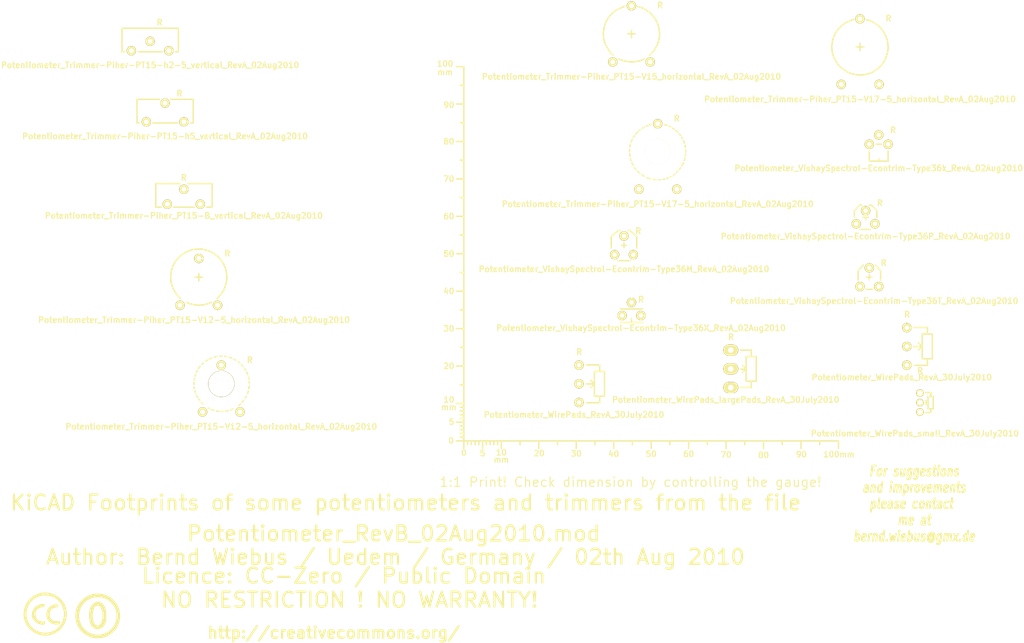
<source format=kicad_pcb>
(kicad_pcb (version 3) (host pcbnew "(2013-03-30 BZR 4007)-stable")

  (general
    (links 0)
    (no_connects 0)
    (area -16.90696 40.805099 274.02378 197.1694)
    (thickness 1.6002)
    (drawings 7)
    (tracks 0)
    (zones 0)
    (modules 20)
    (nets 1)
  )

  (page A4)
  (layers
    (15 Vorderseite signal)
    (0 Rückseite signal)
    (16 B.Adhes user)
    (17 F.Adhes user)
    (18 B.Paste user)
    (19 F.Paste user)
    (20 B.SilkS user)
    (21 F.SilkS user)
    (22 B.Mask user)
    (23 F.Mask user)
    (24 Dwgs.User user)
    (25 Cmts.User user)
    (26 Eco1.User user)
    (27 Eco2.User user)
    (28 Edge.Cuts user)
  )

  (setup
    (last_trace_width 0.2032)
    (trace_clearance 0.254)
    (zone_clearance 0.508)
    (zone_45_only no)
    (trace_min 0.2032)
    (segment_width 0.381)
    (edge_width 0.381)
    (via_size 0.889)
    (via_drill 0.635)
    (via_min_size 0.889)
    (via_min_drill 0.508)
    (uvia_size 0.508)
    (uvia_drill 0.127)
    (uvias_allowed no)
    (uvia_min_size 0.508)
    (uvia_min_drill 0.127)
    (pcb_text_width 0.3048)
    (pcb_text_size 1.524 2.032)
    (mod_edge_width 0.381)
    (mod_text_size 1.524 1.524)
    (mod_text_width 0.3048)
    (pad_size 7.00024 7.00024)
    (pad_drill 7.00024)
    (pad_to_mask_clearance 0.254)
    (aux_axis_origin 0 0)
    (visible_elements 7FFFFFFF)
    (pcbplotparams
      (layerselection 3178497)
      (usegerberextensions true)
      (excludeedgelayer true)
      (linewidth 60)
      (plotframeref false)
      (viasonmask false)
      (mode 1)
      (useauxorigin false)
      (hpglpennumber 1)
      (hpglpenspeed 20)
      (hpglpendiameter 15)
      (hpglpenoverlay 0)
      (psnegative false)
      (psa4output false)
      (plotreference true)
      (plotvalue true)
      (plotothertext true)
      (plotinvisibletext false)
      (padsonsilk false)
      (subtractmaskfromsilk false)
      (outputformat 1)
      (mirror false)
      (drillshape 1)
      (scaleselection 1)
      (outputdirectory ""))
  )

  (net 0 "")

  (net_class Default "Dies ist die voreingestellte Netzklasse."
    (clearance 0.254)
    (trace_width 0.2032)
    (via_dia 0.889)
    (via_drill 0.635)
    (uvia_dia 0.508)
    (uvia_drill 0.127)
    (add_net "")
  )

  (module Gauge_100mm_Type2_SilkScreenTop_RevA_Date22Jun2010 (layer Vorderseite) (tedit 51AF6AD3) (tstamp 4D88F07A)
    (at 132.75056 141.2494)
    (descr "Gauge, Massstab, 100mm, SilkScreenTop, Type 2,")
    (tags "Gauge, Massstab, 100mm, SilkScreenTop, Type 2,")
    (path Gauge_100mm_Type2_SilkScreenTop_RevA_Date22Jun2010)
    (fp_text reference MSC (at 4.0005 8.99922) (layer F.SilkS) hide
      (effects (font (size 1.524 1.524) (thickness 0.3048)))
    )
    (fp_text value Gauge_100mm_Type2_SilkScreenTop_RevA_Date22Jun2010 (at 45.9994 8.99922) (layer F.SilkS) hide
      (effects (font (size 1.524 1.524) (thickness 0.3048)))
    )
    (fp_text user mm (at 9.99998 5.00126) (layer F.SilkS)
      (effects (font (size 1.524 1.524) (thickness 0.3048)))
    )
    (fp_text user mm (at -4.0005 -8.99922) (layer F.SilkS)
      (effects (font (size 1.524 1.524) (thickness 0.3048)))
    )
    (fp_text user mm (at -5.00126 -98.5012) (layer F.SilkS)
      (effects (font (size 1.524 1.524) (thickness 0.3048)))
    )
    (fp_text user 10 (at 10.00506 3.0988) (layer F.SilkS)
      (effects (font (size 1.50114 1.50114) (thickness 0.29972)))
    )
    (fp_text user 0 (at 0.00508 3.19786) (layer F.SilkS)
      (effects (font (size 1.39954 1.50114) (thickness 0.29972)))
    )
    (fp_text user 5 (at 5.0038 3.29946) (layer F.SilkS)
      (effects (font (size 1.50114 1.50114) (thickness 0.29972)))
    )
    (fp_text user 20 (at 20.1041 3.29946) (layer F.SilkS)
      (effects (font (size 1.50114 1.50114) (thickness 0.29972)))
    )
    (fp_text user 30 (at 30.00502 3.39852) (layer F.SilkS)
      (effects (font (size 1.50114 1.50114) (thickness 0.29972)))
    )
    (fp_text user 40 (at 40.005 3.50012) (layer F.SilkS)
      (effects (font (size 1.50114 1.50114) (thickness 0.29972)))
    )
    (fp_text user 50 (at 50.00498 3.50012) (layer F.SilkS)
      (effects (font (size 1.50114 1.50114) (thickness 0.29972)))
    )
    (fp_text user 60 (at 60.00496 3.50012) (layer F.SilkS)
      (effects (font (size 1.50114 1.50114) (thickness 0.29972)))
    )
    (fp_text user 70 (at 70.00494 3.70078) (layer F.SilkS)
      (effects (font (size 1.50114 1.50114) (thickness 0.29972)))
    )
    (fp_text user 80 (at 80.00492 3.79984) (layer F.SilkS)
      (effects (font (size 1.50114 1.50114) (thickness 0.29972)))
    )
    (fp_text user 90 (at 90.1065 3.60172) (layer F.SilkS)
      (effects (font (size 1.50114 1.50114) (thickness 0.29972)))
    )
    (fp_text user 100mm (at 100.10648 3.60172) (layer F.SilkS)
      (effects (font (size 1.50114 1.50114) (thickness 0.29972)))
    )
    (fp_line (start 0 -8.99922) (end -1.00076 -8.99922) (layer F.SilkS) (width 0.381))
    (fp_line (start 0 -8.001) (end -1.00076 -8.001) (layer F.SilkS) (width 0.381))
    (fp_line (start 0 -7.00024) (end -1.00076 -7.00024) (layer F.SilkS) (width 0.381))
    (fp_line (start 0 -5.99948) (end -1.00076 -5.99948) (layer F.SilkS) (width 0.381))
    (fp_line (start 0 -4.0005) (end -1.00076 -4.0005) (layer F.SilkS) (width 0.381))
    (fp_line (start 0 -2.99974) (end -1.00076 -2.99974) (layer F.SilkS) (width 0.381))
    (fp_line (start 0 -1.99898) (end -1.00076 -1.99898) (layer F.SilkS) (width 0.381))
    (fp_line (start 0 -1.00076) (end -1.00076 -1.00076) (layer F.SilkS) (width 0.381))
    (fp_line (start 0 0) (end -1.99898 0) (layer F.SilkS) (width 0.381))
    (fp_line (start 0 -5.00126) (end -1.99898 -5.00126) (layer F.SilkS) (width 0.381))
    (fp_line (start 0 -9.99998) (end -1.99898 -9.99998) (layer F.SilkS) (width 0.381))
    (fp_line (start 0 -15.00124) (end -1.00076 -15.00124) (layer F.SilkS) (width 0.381))
    (fp_line (start 0 -19.99996) (end -1.99898 -19.99996) (layer F.SilkS) (width 0.381))
    (fp_line (start 0 -25.00122) (end -1.00076 -25.00122) (layer F.SilkS) (width 0.381))
    (fp_line (start 0 -29.99994) (end -1.99898 -29.99994) (layer F.SilkS) (width 0.381))
    (fp_line (start 0 -35.0012) (end -1.00076 -35.0012) (layer F.SilkS) (width 0.381))
    (fp_line (start 0 -39.99992) (end -1.99898 -39.99992) (layer F.SilkS) (width 0.381))
    (fp_line (start 0 -45.00118) (end -1.00076 -45.00118) (layer F.SilkS) (width 0.381))
    (fp_line (start 0 -49.9999) (end -1.99898 -49.9999) (layer F.SilkS) (width 0.381))
    (fp_line (start 0 -55.00116) (end -1.00076 -55.00116) (layer F.SilkS) (width 0.381))
    (fp_line (start 0 -59.99988) (end -1.99898 -59.99988) (layer F.SilkS) (width 0.381))
    (fp_line (start 0 -65.00114) (end -1.00076 -65.00114) (layer F.SilkS) (width 0.381))
    (fp_line (start 0 -69.99986) (end -1.99898 -69.99986) (layer F.SilkS) (width 0.381))
    (fp_line (start 0 -75.00112) (end -1.00076 -75.00112) (layer F.SilkS) (width 0.381))
    (fp_line (start 0 -79.99984) (end -1.99898 -79.99984) (layer F.SilkS) (width 0.381))
    (fp_line (start 0 -85.0011) (end -1.00076 -85.0011) (layer F.SilkS) (width 0.381))
    (fp_line (start 0 -89.99982) (end -1.99898 -89.99982) (layer F.SilkS) (width 0.381))
    (fp_line (start 0 -95.00108) (end -1.00076 -95.00108) (layer F.SilkS) (width 0.381))
    (fp_line (start 0 0) (end 0 -99.9998) (layer F.SilkS) (width 0.381))
    (fp_line (start 0 -99.9998) (end -1.99898 -99.9998) (layer F.SilkS) (width 0.381))
    (fp_text user 100 (at -4.99872 -100.7491) (layer F.SilkS)
      (effects (font (size 1.50114 1.50114) (thickness 0.29972)))
    )
    (fp_text user 90 (at -4.0005 -89.7509) (layer F.SilkS)
      (effects (font (size 1.50114 1.50114) (thickness 0.29972)))
    )
    (fp_text user 80 (at -4.0005 -79.99984) (layer F.SilkS)
      (effects (font (size 1.50114 1.50114) (thickness 0.29972)))
    )
    (fp_text user 70 (at -4.0005 -69.99986) (layer F.SilkS)
      (effects (font (size 1.50114 1.50114) (thickness 0.29972)))
    )
    (fp_text user 60 (at -4.0005 -59.99988) (layer F.SilkS)
      (effects (font (size 1.50114 1.50114) (thickness 0.29972)))
    )
    (fp_text user 50 (at -4.0005 -49.9999) (layer F.SilkS)
      (effects (font (size 1.50114 1.50114) (thickness 0.34036)))
    )
    (fp_text user 40 (at -4.0005 -39.99992) (layer F.SilkS)
      (effects (font (size 1.50114 1.50114) (thickness 0.29972)))
    )
    (fp_text user 30 (at -4.0005 -29.99994) (layer F.SilkS)
      (effects (font (size 1.50114 1.50114) (thickness 0.29972)))
    )
    (fp_text user 20 (at -4.0005 -19.99996) (layer F.SilkS)
      (effects (font (size 1.50114 1.50114) (thickness 0.29972)))
    )
    (fp_line (start 95.00108 0) (end 95.00108 1.00076) (layer F.SilkS) (width 0.381))
    (fp_line (start 89.99982 0) (end 89.99982 1.99898) (layer F.SilkS) (width 0.381))
    (fp_line (start 85.0011 0) (end 85.0011 1.00076) (layer F.SilkS) (width 0.381))
    (fp_line (start 79.99984 0) (end 79.99984 1.99898) (layer F.SilkS) (width 0.381))
    (fp_line (start 75.00112 0) (end 75.00112 1.00076) (layer F.SilkS) (width 0.381))
    (fp_line (start 69.99986 0) (end 69.99986 1.99898) (layer F.SilkS) (width 0.381))
    (fp_line (start 65.00114 0) (end 65.00114 1.00076) (layer F.SilkS) (width 0.381))
    (fp_line (start 59.99988 0) (end 59.99988 1.99898) (layer F.SilkS) (width 0.381))
    (fp_line (start 55.00116 0) (end 55.00116 1.00076) (layer F.SilkS) (width 0.381))
    (fp_line (start 49.9999 0) (end 49.9999 1.99898) (layer F.SilkS) (width 0.381))
    (fp_line (start 45.00118 0) (end 45.00118 1.00076) (layer F.SilkS) (width 0.381))
    (fp_line (start 39.99992 0) (end 39.99992 1.99898) (layer F.SilkS) (width 0.381))
    (fp_line (start 35.0012 0) (end 35.0012 1.00076) (layer F.SilkS) (width 0.381))
    (fp_line (start 29.99994 0) (end 29.99994 1.99898) (layer F.SilkS) (width 0.381))
    (fp_line (start 25.00122 0) (end 25.00122 1.00076) (layer F.SilkS) (width 0.381))
    (fp_line (start 19.99996 0) (end 19.99996 1.99898) (layer F.SilkS) (width 0.381))
    (fp_line (start 15.00124 0) (end 15.00124 1.00076) (layer F.SilkS) (width 0.381))
    (fp_line (start 9.99998 0) (end 99.9998 0) (layer F.SilkS) (width 0.381))
    (fp_line (start 99.9998 0) (end 99.9998 1.99898) (layer F.SilkS) (width 0.381))
    (fp_text user 5 (at -3.302 -5.10286) (layer F.SilkS)
      (effects (font (size 1.50114 1.50114) (thickness 0.29972)))
    )
    (fp_text user 0 (at -3.4036 -0.10414) (layer F.SilkS)
      (effects (font (size 1.50114 1.50114) (thickness 0.29972)))
    )
    (fp_text user 10 (at -4.0005 -11.00074) (layer F.SilkS)
      (effects (font (size 1.50114 1.50114) (thickness 0.29972)))
    )
    (fp_line (start 8.99922 0) (end 8.99922 1.00076) (layer F.SilkS) (width 0.381))
    (fp_line (start 8.001 0) (end 8.001 1.00076) (layer F.SilkS) (width 0.381))
    (fp_line (start 7.00024 0) (end 7.00024 1.00076) (layer F.SilkS) (width 0.381))
    (fp_line (start 5.99948 0) (end 5.99948 1.00076) (layer F.SilkS) (width 0.381))
    (fp_line (start 4.0005 0) (end 4.0005 1.00076) (layer F.SilkS) (width 0.381))
    (fp_line (start 2.99974 0) (end 2.99974 1.00076) (layer F.SilkS) (width 0.381))
    (fp_line (start 1.99898 0) (end 1.99898 1.00076) (layer F.SilkS) (width 0.381))
    (fp_line (start 1.00076 0) (end 1.00076 1.00076) (layer F.SilkS) (width 0.381))
    (fp_line (start 5.00126 0) (end 5.00126 1.99898) (layer F.SilkS) (width 0.381))
    (fp_line (start 0 0) (end 0 1.99898) (layer F.SilkS) (width 0.381))
    (fp_line (start 0 0) (end 9.99998 0) (layer F.SilkS) (width 0.381))
    (fp_line (start 9.99998 0) (end 9.99998 1.99898) (layer F.SilkS) (width 0.381))
  )

  (module Symbol_CC-PublicDomain_SilkScreenTop_Big (layer Vorderseite) (tedit 515D641F) (tstamp 515F0B64)
    (at 35 188)
    (descr "Symbol, CC-PublicDomain, SilkScreen Top, Big,")
    (tags "Symbol, CC-PublicDomain, SilkScreen Top, Big,")
    (path Symbol_CC-Noncommercial_CopperTop_Big)
    (fp_text reference Sym (at 0.59944 -7.29996) (layer F.SilkS) hide
      (effects (font (size 1.524 1.524) (thickness 0.3048)))
    )
    (fp_text value Symbol_CC-PublicDomain_SilkScreenTop_Big (at 0.59944 8.001) (layer F.SilkS) hide
      (effects (font (size 1.524 1.524) (thickness 0.3048)))
    )
    (fp_circle (center 0 0) (end 5.8 -0.05) (layer F.SilkS) (width 0.381))
    (fp_circle (center 0 0) (end 5.5 0) (layer F.SilkS) (width 0.381))
    (fp_circle (center 0.05 0) (end 5.25 0) (layer F.SilkS) (width 0.381))
    (fp_line (start 1.1 -2.5) (end 1.4 -1.9) (layer F.SilkS) (width 0.381))
    (fp_line (start -1.8 1.2) (end -1.6 1.9) (layer F.SilkS) (width 0.381))
    (fp_line (start -1.6 1.9) (end -1.2 2.5) (layer F.SilkS) (width 0.381))
    (fp_line (start 0 -3) (end 0.75 -2.75) (layer F.SilkS) (width 0.381))
    (fp_line (start 0.75 -2.75) (end 1 -2.25) (layer F.SilkS) (width 0.381))
    (fp_line (start 1 -2.25) (end 1.5 -1) (layer F.SilkS) (width 0.381))
    (fp_line (start 1.5 -1) (end 1.5 -0.5) (layer F.SilkS) (width 0.381))
    (fp_line (start 1.5 -0.5) (end 1.5 0.5) (layer F.SilkS) (width 0.381))
    (fp_line (start 1.5 0.5) (end 1.25 1.5) (layer F.SilkS) (width 0.381))
    (fp_line (start 1.25 1.5) (end 0.75 2.5) (layer F.SilkS) (width 0.381))
    (fp_line (start 0.75 2.5) (end 0.25 2.75) (layer F.SilkS) (width 0.381))
    (fp_line (start 0.25 2.75) (end -0.25 2.75) (layer F.SilkS) (width 0.381))
    (fp_line (start -0.25 2.75) (end -0.75 2.5) (layer F.SilkS) (width 0.381))
    (fp_line (start -0.75 2.5) (end -1.25 1.75) (layer F.SilkS) (width 0.381))
    (fp_line (start -1.25 1.75) (end -1.5 0.75) (layer F.SilkS) (width 0.381))
    (fp_line (start -1.5 0.75) (end -1.5 -0.75) (layer F.SilkS) (width 0.381))
    (fp_line (start -1.5 -0.75) (end -1.25 -1.75) (layer F.SilkS) (width 0.381))
    (fp_line (start -1.25 -1.75) (end -1 -2.5) (layer F.SilkS) (width 0.381))
    (fp_line (start -1 -2.5) (end -0.3 -2.9) (layer F.SilkS) (width 0.381))
    (fp_line (start -0.3 -2.9) (end 0.2 -3) (layer F.SilkS) (width 0.381))
    (fp_line (start 0.2 -3) (end 0.8 -3) (layer F.SilkS) (width 0.381))
    (fp_line (start 0.8 -3) (end 1.4 -2.3) (layer F.SilkS) (width 0.381))
    (fp_line (start 1.4 -2.3) (end 1.6 -1.4) (layer F.SilkS) (width 0.381))
    (fp_line (start 1.6 -1.4) (end 1.7 -0.3) (layer F.SilkS) (width 0.381))
    (fp_line (start 1.7 -0.3) (end 1.7 0.9) (layer F.SilkS) (width 0.381))
    (fp_line (start 1.7 0.9) (end 1.4 1.8) (layer F.SilkS) (width 0.381))
    (fp_line (start 1.4 1.8) (end 1 2.7) (layer F.SilkS) (width 0.381))
    (fp_line (start 1 2.7) (end 0.5 3) (layer F.SilkS) (width 0.381))
    (fp_line (start 0.5 3) (end -0.4 3) (layer F.SilkS) (width 0.381))
    (fp_line (start -0.4 3) (end -1.3 2.3) (layer F.SilkS) (width 0.381))
    (fp_line (start -1.3 2.3) (end -1.7 1) (layer F.SilkS) (width 0.381))
    (fp_line (start -1.7 1) (end -1.8 -0.7) (layer F.SilkS) (width 0.381))
    (fp_line (start -1.8 -0.7) (end -1.4 -2.2) (layer F.SilkS) (width 0.381))
    (fp_line (start -1.4 -2.2) (end -1 -2.9) (layer F.SilkS) (width 0.381))
    (fp_line (start -1 -2.9) (end -0.2 -3.3) (layer F.SilkS) (width 0.381))
    (fp_line (start -0.2 -3.3) (end 0.7 -3.2) (layer F.SilkS) (width 0.381))
    (fp_line (start 0.7 -3.2) (end 1.3 -3.1) (layer F.SilkS) (width 0.381))
    (fp_line (start 1.3 -3.1) (end 1.7 -2.4) (layer F.SilkS) (width 0.381))
    (fp_line (start 1.7 -2.4) (end 2 -1.6) (layer F.SilkS) (width 0.381))
    (fp_line (start 2 -1.6) (end 2.1 -0.6) (layer F.SilkS) (width 0.381))
    (fp_line (start 2.1 -0.6) (end 2.1 0.3) (layer F.SilkS) (width 0.381))
    (fp_line (start 2.1 0.3) (end 2.1 1.3) (layer F.SilkS) (width 0.381))
    (fp_line (start 2.1 1.3) (end 1.9 1.8) (layer F.SilkS) (width 0.381))
    (fp_line (start 1.9 1.8) (end 1.5 2.6) (layer F.SilkS) (width 0.381))
    (fp_line (start 1.5 2.6) (end 1.1 3) (layer F.SilkS) (width 0.381))
    (fp_line (start 1.1 3) (end 0.4 3.3) (layer F.SilkS) (width 0.381))
    (fp_line (start 0.4 3.3) (end -0.1 3.4) (layer F.SilkS) (width 0.381))
    (fp_line (start -0.1 3.4) (end -0.8 3.2) (layer F.SilkS) (width 0.381))
    (fp_line (start -0.8 3.2) (end -1.5 2.6) (layer F.SilkS) (width 0.381))
    (fp_line (start -1.5 2.6) (end -1.9 1.7) (layer F.SilkS) (width 0.381))
    (fp_line (start -1.9 1.7) (end -2.1 0.4) (layer F.SilkS) (width 0.381))
    (fp_line (start -2.1 0.4) (end -2.1 -0.6) (layer F.SilkS) (width 0.381))
    (fp_line (start -2.1 -0.6) (end -2 -1.6) (layer F.SilkS) (width 0.381))
    (fp_line (start -2 -1.6) (end -1.7 -2.4) (layer F.SilkS) (width 0.381))
    (fp_line (start -1.7 -2.4) (end -1.2 -3.1) (layer F.SilkS) (width 0.381))
    (fp_line (start -1.2 -3.1) (end -0.4 -3.6) (layer F.SilkS) (width 0.381))
    (fp_line (start -0.4 -3.6) (end 0.4 -3.6) (layer F.SilkS) (width 0.381))
    (fp_line (start 0.4 -3.6) (end 1.1 -3.2) (layer F.SilkS) (width 0.381))
    (fp_line (start 1.1 -3.2) (end 1.1 -2.9) (layer F.SilkS) (width 0.381))
    (fp_line (start 1.1 -2.9) (end 1.8 -1.5) (layer F.SilkS) (width 0.381))
    (fp_line (start 1.8 -1.5) (end 1.8 -0.4) (layer F.SilkS) (width 0.381))
    (fp_line (start 1.8 -0.4) (end 1.8 1.1) (layer F.SilkS) (width 0.381))
    (fp_line (start 1.8 1.1) (end 1.2 2.6) (layer F.SilkS) (width 0.381))
    (fp_line (start 1.2 2.6) (end 0.2 3.2) (layer F.SilkS) (width 0.381))
    (fp_line (start 0.2 3.2) (end -0.5 3.2) (layer F.SilkS) (width 0.381))
    (fp_line (start -0.5 3.2) (end -1.1 2.7) (layer F.SilkS) (width 0.381))
    (fp_line (start -1.1 2.7) (end -1.9 0.6) (layer F.SilkS) (width 0.381))
    (fp_line (start -1.9 0.6) (end -1.7 -1.9) (layer F.SilkS) (width 0.381))
  )

  (module Symbol_CreativeCommons_SilkScreenTop_Type2_Big (layer Vorderseite) (tedit 515D640C) (tstamp 515F46B2)
    (at 21 187.5)
    (descr "Symbol, Creative Commons, SilkScreen Top, Type 2, Big,")
    (tags "Symbol, Creative Commons, SilkScreen Top, Type 2, Big,")
    (path Symbol_CreativeCommons_CopperTop_Type2_Big)
    (fp_text reference Sym (at 0.59944 -7.29996) (layer F.SilkS) hide
      (effects (font (size 1.524 1.524) (thickness 0.3048)))
    )
    (fp_text value Symbol_CreativeCommons_Typ2_SilkScreenTop_Big (at 0.59944 8.001) (layer F.SilkS) hide
      (effects (font (size 1.524 1.524) (thickness 0.3048)))
    )
    (fp_line (start -0.70104 2.70002) (end -0.29972 2.60096) (layer F.SilkS) (width 0.381))
    (fp_line (start -0.29972 2.60096) (end -0.20066 2.10058) (layer F.SilkS) (width 0.381))
    (fp_line (start -2.49936 -1.69926) (end -2.70002 -1.6002) (layer F.SilkS) (width 0.381))
    (fp_line (start -2.70002 -1.6002) (end -3.0988 -1.00076) (layer F.SilkS) (width 0.381))
    (fp_line (start -3.0988 -1.00076) (end -3.29946 -0.50038) (layer F.SilkS) (width 0.381))
    (fp_line (start -3.29946 -0.50038) (end -3.40106 0.39878) (layer F.SilkS) (width 0.381))
    (fp_line (start -3.40106 0.39878) (end -3.29946 0.89916) (layer F.SilkS) (width 0.381))
    (fp_line (start -0.19812 2.4003) (end -0.29718 2.59842) (layer F.SilkS) (width 0.381))
    (fp_line (start 3.70078 2.10058) (end 3.79984 2.4003) (layer F.SilkS) (width 0.381))
    (fp_line (start 2.99974 -2.4003) (end 3.29946 -2.30124) (layer F.SilkS) (width 0.381))
    (fp_line (start 3.29946 -2.30124) (end 3.0988 -1.99898) (layer F.SilkS) (width 0.381))
    (fp_line (start 0 -5.40004) (end -0.50038 -5.40004) (layer F.SilkS) (width 0.381))
    (fp_line (start -0.50038 -5.40004) (end -1.30048 -5.10032) (layer F.SilkS) (width 0.381))
    (fp_line (start -1.30048 -5.10032) (end -1.99898 -4.89966) (layer F.SilkS) (width 0.381))
    (fp_line (start -1.99898 -4.89966) (end -2.70002 -4.699) (layer F.SilkS) (width 0.381))
    (fp_line (start -2.70002 -4.699) (end -3.29946 -4.20116) (layer F.SilkS) (width 0.381))
    (fp_line (start -3.29946 -4.20116) (end -4.0005 -3.59918) (layer F.SilkS) (width 0.381))
    (fp_line (start -4.0005 -3.59918) (end -4.50088 -2.99974) (layer F.SilkS) (width 0.381))
    (fp_line (start -4.50088 -2.99974) (end -5.00126 -2.10058) (layer F.SilkS) (width 0.381))
    (fp_line (start -5.00126 -2.10058) (end -5.30098 -1.09982) (layer F.SilkS) (width 0.381))
    (fp_line (start -5.30098 -1.09982) (end -5.40004 0.09906) (layer F.SilkS) (width 0.381))
    (fp_line (start -5.40004 0.09906) (end -5.19938 1.30048) (layer F.SilkS) (width 0.381))
    (fp_line (start -5.19938 1.30048) (end -4.8006 2.4003) (layer F.SilkS) (width 0.381))
    (fp_line (start -4.8006 2.4003) (end -3.79984 3.8989) (layer F.SilkS) (width 0.381))
    (fp_line (start -3.79984 3.8989) (end -2.60096 4.8006) (layer F.SilkS) (width 0.381))
    (fp_line (start -2.60096 4.8006) (end -1.30048 5.30098) (layer F.SilkS) (width 0.381))
    (fp_line (start -1.30048 5.30098) (end 0.09906 5.30098) (layer F.SilkS) (width 0.381))
    (fp_line (start 0.09906 5.30098) (end 1.6002 5.19938) (layer F.SilkS) (width 0.381))
    (fp_line (start 1.6002 5.19938) (end 2.60096 4.699) (layer F.SilkS) (width 0.381))
    (fp_line (start 2.60096 4.699) (end 4.20116 3.40106) (layer F.SilkS) (width 0.381))
    (fp_line (start 4.20116 3.40106) (end 5.00126 1.80086) (layer F.SilkS) (width 0.381))
    (fp_line (start 5.00126 1.80086) (end 5.40004 0.29972) (layer F.SilkS) (width 0.381))
    (fp_line (start 5.40004 0.29972) (end 5.19938 -1.39954) (layer F.SilkS) (width 0.381))
    (fp_line (start 5.19938 -1.39954) (end 4.699 -2.49936) (layer F.SilkS) (width 0.381))
    (fp_line (start 4.699 -2.49936) (end 3.40106 -4.09956) (layer F.SilkS) (width 0.381))
    (fp_line (start 3.40106 -4.09956) (end 2.4003 -4.8006) (layer F.SilkS) (width 0.381))
    (fp_line (start 2.4003 -4.8006) (end 1.39954 -5.19938) (layer F.SilkS) (width 0.381))
    (fp_line (start 1.39954 -5.19938) (end 0 -5.30098) (layer F.SilkS) (width 0.381))
    (fp_line (start 0.60198 -0.70104) (end 0.50292 -0.20066) (layer F.SilkS) (width 0.381))
    (fp_line (start 0.50292 -0.20066) (end 0.50292 0.49784) (layer F.SilkS) (width 0.381))
    (fp_line (start 0.50292 0.49784) (end 0.60198 1.09982) (layer F.SilkS) (width 0.381))
    (fp_line (start 0.60198 1.09982) (end 1.00076 1.69926) (layer F.SilkS) (width 0.381))
    (fp_line (start 1.00076 1.69926) (end 1.50114 2.19964) (layer F.SilkS) (width 0.381))
    (fp_line (start 1.50114 2.19964) (end 2.10058 2.49936) (layer F.SilkS) (width 0.381))
    (fp_line (start 2.10058 2.49936) (end 2.60096 2.59842) (layer F.SilkS) (width 0.381))
    (fp_line (start 2.60096 2.59842) (end 3.00228 2.59842) (layer F.SilkS) (width 0.381))
    (fp_line (start 3.00228 2.59842) (end 3.40106 2.59842) (layer F.SilkS) (width 0.381))
    (fp_line (start 3.40106 2.59842) (end 3.80238 2.49936) (layer F.SilkS) (width 0.381))
    (fp_line (start 3.80238 2.49936) (end 3.70078 2.2987) (layer F.SilkS) (width 0.381))
    (fp_line (start 3.70078 2.2987) (end 2.80162 2.4003) (layer F.SilkS) (width 0.381))
    (fp_line (start 2.80162 2.4003) (end 1.80086 2.09804) (layer F.SilkS) (width 0.381))
    (fp_line (start 1.80086 2.09804) (end 1.20142 1.6002) (layer F.SilkS) (width 0.381))
    (fp_line (start 1.20142 1.6002) (end 0.80264 0.6985) (layer F.SilkS) (width 0.381))
    (fp_line (start 0.80264 0.6985) (end 0.70104 -0.29972) (layer F.SilkS) (width 0.381))
    (fp_line (start 0.70104 -0.29972) (end 1.00076 -1.00076) (layer F.SilkS) (width 0.381))
    (fp_line (start 1.00076 -1.00076) (end 1.60274 -1.7018) (layer F.SilkS) (width 0.381))
    (fp_line (start 1.60274 -1.7018) (end 2.30124 -2.10058) (layer F.SilkS) (width 0.381))
    (fp_line (start 2.30124 -2.10058) (end 3.00228 -2.10058) (layer F.SilkS) (width 0.381))
    (fp_line (start 3.00228 -2.10058) (end 3.10134 -1.89992) (layer F.SilkS) (width 0.381))
    (fp_line (start 3.10134 -1.89992) (end 2.5019 -1.89992) (layer F.SilkS) (width 0.381))
    (fp_line (start 2.5019 -1.89992) (end 1.80086 -1.6002) (layer F.SilkS) (width 0.381))
    (fp_line (start 1.80086 -1.6002) (end 1.30048 -1.00076) (layer F.SilkS) (width 0.381))
    (fp_line (start 1.30048 -1.00076) (end 1.00076 -0.40132) (layer F.SilkS) (width 0.381))
    (fp_line (start 1.00076 -0.40132) (end 1.00076 0.09906) (layer F.SilkS) (width 0.381))
    (fp_line (start 1.00076 0.09906) (end 1.00076 0.6985) (layer F.SilkS) (width 0.381))
    (fp_line (start 1.00076 0.6985) (end 1.30048 1.19888) (layer F.SilkS) (width 0.381))
    (fp_line (start 1.30048 1.19888) (end 1.7018 1.69926) (layer F.SilkS) (width 0.381))
    (fp_line (start 1.7018 1.69926) (end 2.30124 1.99898) (layer F.SilkS) (width 0.381))
    (fp_line (start 2.30124 1.99898) (end 2.90068 2.09804) (layer F.SilkS) (width 0.381))
    (fp_line (start 2.90068 2.09804) (end 3.40106 2.09804) (layer F.SilkS) (width 0.381))
    (fp_line (start 3.40106 2.09804) (end 3.70078 1.99898) (layer F.SilkS) (width 0.381))
    (fp_line (start 3.00228 -2.4003) (end 2.40284 -2.4003) (layer F.SilkS) (width 0.381))
    (fp_line (start 2.40284 -2.4003) (end 2.00152 -2.20218) (layer F.SilkS) (width 0.381))
    (fp_line (start 2.00152 -2.20218) (end 1.50114 -2.00152) (layer F.SilkS) (width 0.381))
    (fp_line (start 1.50114 -2.00152) (end 1.10236 -1.6002) (layer F.SilkS) (width 0.381))
    (fp_line (start 1.10236 -1.6002) (end 0.80264 -1.09982) (layer F.SilkS) (width 0.381))
    (fp_line (start 0.80264 -1.09982) (end 0.60198 -0.70104) (layer F.SilkS) (width 0.381))
    (fp_line (start -0.39878 -1.99898) (end -0.89916 -1.99898) (layer F.SilkS) (width 0.381))
    (fp_line (start -0.89916 -1.99898) (end -1.39954 -1.89738) (layer F.SilkS) (width 0.381))
    (fp_line (start -1.39954 -1.89738) (end -1.89992 -1.59766) (layer F.SilkS) (width 0.381))
    (fp_line (start -1.89992 -1.59766) (end -2.4003 -1.19888) (layer F.SilkS) (width 0.381))
    (fp_line (start -2.4003 -1.30048) (end -2.70002 -0.8001) (layer F.SilkS) (width 0.381))
    (fp_line (start -2.70002 -0.8001) (end -2.79908 -0.29972) (layer F.SilkS) (width 0.381))
    (fp_line (start -2.79908 -0.29972) (end -2.79908 0.20066) (layer F.SilkS) (width 0.381))
    (fp_line (start -2.79908 0.20066) (end -2.59842 1.00076) (layer F.SilkS) (width 0.381))
    (fp_line (start -2.69748 1.00076) (end -2.39776 1.39954) (layer F.SilkS) (width 0.381))
    (fp_line (start -2.29616 1.4986) (end -1.79578 1.89992) (layer F.SilkS) (width 0.381))
    (fp_line (start -1.79578 1.89992) (end -1.29794 2.09804) (layer F.SilkS) (width 0.381))
    (fp_line (start -1.29794 2.09804) (end -0.89662 2.19964) (layer F.SilkS) (width 0.381))
    (fp_line (start -0.89662 2.19964) (end -0.49784 2.19964) (layer F.SilkS) (width 0.381))
    (fp_line (start -0.49784 2.19964) (end -0.19812 2.09804) (layer F.SilkS) (width 0.381))
    (fp_line (start -0.19812 2.09804) (end -0.29718 2.4003) (layer F.SilkS) (width 0.381))
    (fp_line (start -0.29718 2.4003) (end -0.89662 2.49936) (layer F.SilkS) (width 0.381))
    (fp_line (start -0.89662 2.49936) (end -1.59766 2.2987) (layer F.SilkS) (width 0.381))
    (fp_line (start -1.59766 2.2987) (end -2.29616 1.79832) (layer F.SilkS) (width 0.381))
    (fp_line (start -2.29616 1.79832) (end -2.79654 1.29794) (layer F.SilkS) (width 0.381))
    (fp_line (start -2.79908 1.39954) (end -2.99974 0.70104) (layer F.SilkS) (width 0.381))
    (fp_line (start -2.99974 0.70104) (end -3.0988 0) (layer F.SilkS) (width 0.381))
    (fp_line (start -3.0988 0) (end -2.99974 -0.59944) (layer F.SilkS) (width 0.381))
    (fp_line (start -2.99974 -0.8001) (end -2.70002 -1.30048) (layer F.SilkS) (width 0.381))
    (fp_line (start -2.70002 -1.09982) (end -2.19964 -1.6002) (layer F.SilkS) (width 0.381))
    (fp_line (start -2.19964 -1.69926) (end -1.69926 -1.99898) (layer F.SilkS) (width 0.381))
    (fp_line (start -1.69926 -1.99898) (end -1.19888 -2.19964) (layer F.SilkS) (width 0.381))
    (fp_line (start -1.19888 -2.19964) (end -0.6985 -2.19964) (layer F.SilkS) (width 0.381))
    (fp_line (start -0.6985 -2.19964) (end -0.29972 -2.19964) (layer F.SilkS) (width 0.381))
    (fp_line (start -0.29972 -2.19964) (end -0.20066 -2.39776) (layer F.SilkS) (width 0.381))
    (fp_line (start -0.20066 -2.39776) (end -0.59944 -2.49936) (layer F.SilkS) (width 0.381))
    (fp_line (start -0.59944 -2.49936) (end -1.00076 -2.49936) (layer F.SilkS) (width 0.381))
    (fp_line (start -1.00076 -2.49936) (end -1.4986 -2.39776) (layer F.SilkS) (width 0.381))
    (fp_line (start -1.4986 -2.39776) (end -2.10058 -2.09804) (layer F.SilkS) (width 0.381))
    (fp_line (start -2.10058 -2.09804) (end -2.59842 -1.69926) (layer F.SilkS) (width 0.381))
    (fp_line (start -2.59842 -1.6002) (end -3.0988 -0.89916) (layer F.SilkS) (width 0.381))
    (fp_line (start -3.0988 -0.89916) (end -3.29946 -0.29972) (layer F.SilkS) (width 0.381))
    (fp_line (start -3.29946 -0.29972) (end -3.29946 0.40132) (layer F.SilkS) (width 0.381))
    (fp_line (start -3.29946 0.40132) (end -3.2004 1.00076) (layer F.SilkS) (width 0.381))
    (fp_line (start -3.29946 0.8001) (end -2.99974 1.39954) (layer F.SilkS) (width 0.381))
    (fp_line (start -2.89814 1.4986) (end -2.49682 1.99898) (layer F.SilkS) (width 0.381))
    (fp_line (start -2.49682 1.99898) (end -1.89738 2.4003) (layer F.SilkS) (width 0.381))
    (fp_line (start -1.89738 2.4003) (end -1.19634 2.59842) (layer F.SilkS) (width 0.381))
    (fp_line (start -1.19634 2.59842) (end -0.69596 2.70002) (layer F.SilkS) (width 0.381))
    (fp_line (start -2.9972 1.19888) (end -2.59842 1.19888) (layer F.SilkS) (width 0.381))
    (fp_circle (center 0 0) (end 5.08 1.016) (layer F.SilkS) (width 0.381))
    (fp_circle (center 0 0) (end 5.588 0) (layer F.SilkS) (width 0.381))
  )

  (module Potentiometer_Trimmer-Piher-PT15-h2-5_vertical_RevA_02Aug2010 (layer Vorderseite) (tedit 51AF6B02) (tstamp 51AF8AE1)
    (at 49 34.5)
    (descr "Potentiometer, Trimmer, Piher, PT15, Type h 2.5, vertical, Rev A, 02 Aug 2010,")
    (tags "Potentiometer, Trimmer, Piher, PT15, Type h 2.5, vertical, Rev A, 02 Aug 2010,")
    (fp_text reference R (at 2.54 -5.08) (layer F.SilkS)
      (effects (font (size 1.524 1.524) (thickness 0.3048)))
    )
    (fp_text value Potentiometer_Trimmer-Piher-PT15-h2-5_vertical_RevA_02Aug2010 (at 0 6.35) (layer F.SilkS)
      (effects (font (size 1.524 1.524) (thickness 0.3048)))
    )
    (fp_line (start -3.2512 2.79908) (end 3.2512 2.79908) (layer F.SilkS) (width 0.381))
    (fp_line (start 6.74878 2.79908) (end 7.50062 2.79908) (layer F.SilkS) (width 0.381))
    (fp_line (start -7.50062 2.79908) (end -6.74878 2.79908) (layer F.SilkS) (width 0.381))
    (fp_line (start 7.55142 2.79908) (end 7.55142 -3.50012) (layer F.SilkS) (width 0.381))
    (fp_line (start 7.54888 -3.50012) (end -7.45236 -3.50012) (layer F.SilkS) (width 0.381))
    (fp_line (start -7.50062 -3.50012) (end -7.50062 2.79908) (layer F.SilkS) (width 0.381))
    (pad 2 thru_hole circle (at 0 0) (size 2.49936 2.49936) (drill 1.30048)
      (layers *.Cu *.Mask F.SilkS)
    )
    (pad 3 thru_hole circle (at 5.00126 2.49936) (size 2.49936 2.49936) (drill 1.30048)
      (layers *.Cu *.Mask F.SilkS)
    )
    (pad 1 thru_hole circle (at -5.00126 2.49936) (size 2.49936 2.49936) (drill 1.30048)
      (layers *.Cu *.Mask F.SilkS)
    )
  )

  (module Potentiometer_Trimmer-Piher-PT15-h5_vertical_RevA_02Aug2010 (layer Vorderseite) (tedit 51AF6AFB) (tstamp 51AF8D9A)
    (at 53 53.5)
    (descr "Potentiometer, Trimmer, Piher, PT15, Type h5, vertical, Rev A, 02 Aug 2010,")
    (tags "Potentiometer, Trimmer, Piher, PT15, Type h5, vertical, Rev A, 02 Aug 2010,")
    (fp_text reference R (at 3.81 -5.08) (layer F.SilkS)
      (effects (font (size 1.524 1.524) (thickness 0.3048)))
    )
    (fp_text value Potentiometer_Trimmer-Piher-PT15-h5_vertical_RevA_02Aug2010 (at 0 6.35) (layer F.SilkS)
      (effects (font (size 1.524 1.524) (thickness 0.3048)))
    )
    (fp_line (start -3.29946 2.79908) (end 3.29946 2.79908) (layer F.SilkS) (width 0.381))
    (fp_line (start 6.74878 2.79908) (end 7.50062 2.79908) (layer F.SilkS) (width 0.381))
    (fp_line (start 7.50062 2.79908) (end 7.50062 -3.50012) (layer F.SilkS) (width 0.381))
    (fp_line (start -7.50062 -3.50012) (end -7.50062 2.79908) (layer F.SilkS) (width 0.381))
    (fp_line (start -7.50062 2.79908) (end -6.74878 2.79908) (layer F.SilkS) (width 0.381))
    (fp_line (start -1.50114 -3.50012) (end -7.50062 -3.50012) (layer F.SilkS) (width 0.381))
    (fp_line (start 7.50062 -3.50012) (end 1.50114 -3.50012) (layer F.SilkS) (width 0.381))
    (pad 2 thru_hole circle (at 0 -2.49936) (size 2.49936 2.49936) (drill 1.30048)
      (layers *.Cu *.Mask F.SilkS)
    )
    (pad 3 thru_hole circle (at 5.00126 2.49936) (size 2.49936 2.49936) (drill 1.30048)
      (layers *.Cu *.Mask F.SilkS)
    )
    (pad 1 thru_hole circle (at -5.00126 2.49936) (size 2.49936 2.49936) (drill 1.30048)
      (layers *.Cu *.Mask F.SilkS)
    )
  )

  (module Potentiometer_Trimmer-Piher_PT15-B_vertical_RevA_02Aug2010 (layer Vorderseite) (tedit 51AF6AF5) (tstamp 51AF9059)
    (at 58 76)
    (descr "Potentiometer, Trimmer, Piher, PT15, Type B, vertical, Rev A, 02 Aug 2010,")
    (tags "Potentiometer, Trimmer, Piher, PT15, Type B, vertical, Rev A, 02 Aug 2010,")
    (fp_text reference R (at 0 -5.08) (layer F.SilkS)
      (effects (font (size 1.524 1.524) (thickness 0.3048)))
    )
    (fp_text value Potentiometer_Trimmer-Piher_PT15-B_vertical_RevA_02Aug2010 (at 0 5.08) (layer F.SilkS)
      (effects (font (size 1.524 1.524) (thickness 0.3048)))
    )
    (fp_line (start -1.09982 -3.50012) (end -7.50062 -3.50012) (layer F.SilkS) (width 0.381))
    (fp_line (start 7.50062 -3.50012) (end 1.09982 -3.50012) (layer F.SilkS) (width 0.381))
    (fp_line (start 2.79908 2.79908) (end -2.79908 2.79908) (layer F.SilkS) (width 0.381))
    (fp_line (start -6.85038 2.79908) (end -5.99948 2.79908) (layer F.SilkS) (width 0.381))
    (fp_line (start 6.85038 2.79908) (end 5.99948 2.79908) (layer F.SilkS) (width 0.381))
    (fp_line (start 6.74878 2.79908) (end 7.50062 2.79908) (layer F.SilkS) (width 0.381))
    (fp_line (start -7.50062 2.79908) (end -6.74878 2.79908) (layer F.SilkS) (width 0.381))
    (fp_line (start 7.55142 2.79908) (end 7.55142 -3.50012) (layer F.SilkS) (width 0.381))
    (fp_line (start -7.50062 -3.50012) (end -7.50062 2.79908) (layer F.SilkS) (width 0.381))
    (pad 2 thru_hole circle (at 0 -1.99898) (size 2.49936 2.49936) (drill 1.30048)
      (layers *.Cu *.Mask F.SilkS)
    )
    (pad 3 thru_hole circle (at 4.39928 1.99898) (size 2.49936 2.49936) (drill 1.30048)
      (layers *.Cu *.Mask F.SilkS)
    )
    (pad 1 thru_hole circle (at -4.39928 1.99898) (size 2.49936 2.49936) (drill 1.30048)
      (layers *.Cu *.Mask F.SilkS)
    )
  )

  (module Potentiometer_Trimmer-Piher_PT15-V12-5_horizontal_RevA_02Aug2010 (layer Vorderseite) (tedit 51AF6AED) (tstamp 51AF936E)
    (at 62 97.5)
    (descr "Potentiometer, Trimmer, Piher, PT15, Type V12.5, horizontal, Rev A, 02 Aug 2010,")
    (tags "Potentiometer, Trimmer, Piher, PT15, Type V12.5, horizontal, Rev A, 02 Aug 2010,")
    (fp_text reference R (at 7.62 -6.35) (layer F.SilkS)
      (effects (font (size 1.524 1.524) (thickness 0.3048)))
    )
    (fp_text value Potentiometer_Trimmer-Piher_PT15-V12-5_horizontal_RevA_02Aug2010 (at -1.27 11.43) (layer F.SilkS)
      (effects (font (size 1.524 1.524) (thickness 0.3048)))
    )
    (fp_line (start -3.35026 6.70052) (end -2.79908 6.94944) (layer F.SilkS) (width 0.381))
    (fp_line (start -2.79908 6.94944) (end -2.14884 7.1501) (layer F.SilkS) (width 0.381))
    (fp_line (start -2.14884 7.1501) (end -1.39954 7.35076) (layer F.SilkS) (width 0.381))
    (fp_line (start -1.39954 7.35076) (end -0.65024 7.44982) (layer F.SilkS) (width 0.381))
    (fp_line (start -0.65024 7.44982) (end 0 7.50062) (layer F.SilkS) (width 0.381))
    (fp_line (start 0 7.50062) (end 0.65024 7.44982) (layer F.SilkS) (width 0.381))
    (fp_line (start 0.65024 7.44982) (end 1.6002 7.35076) (layer F.SilkS) (width 0.381))
    (fp_line (start 1.6002 7.35076) (end 2.70002 7.00024) (layer F.SilkS) (width 0.381))
    (fp_line (start 2.70002 7.00024) (end 3.40106 6.70052) (layer F.SilkS) (width 0.381))
    (fp_line (start -7.50062 0.8001) (end -7.29996 1.80086) (layer F.SilkS) (width 0.381))
    (fp_line (start -7.29996 1.80086) (end -7.00024 2.75082) (layer F.SilkS) (width 0.381))
    (fp_line (start -7.00024 2.75082) (end -6.35 3.9497) (layer F.SilkS) (width 0.381))
    (fp_line (start -6.35 3.9497) (end -5.84962 4.699) (layer F.SilkS) (width 0.381))
    (fp_line (start -5.84962 4.699) (end -5.34924 5.30098) (layer F.SilkS) (width 0.381))
    (fp_line (start -5.34924 5.30098) (end -4.89966 5.64896) (layer F.SilkS) (width 0.381))
    (fp_line (start 0 -7.50062) (end -1.00076 -7.44982) (layer F.SilkS) (width 0.381))
    (fp_line (start -1.00076 -7.44982) (end -1.95072 -7.29996) (layer F.SilkS) (width 0.381))
    (fp_line (start -1.95072 -7.29996) (end -2.90068 -6.90118) (layer F.SilkS) (width 0.381))
    (fp_line (start -2.90068 -6.90118) (end -3.9497 -6.4008) (layer F.SilkS) (width 0.381))
    (fp_line (start -3.9497 -6.4008) (end -4.8006 -5.79882) (layer F.SilkS) (width 0.381))
    (fp_line (start -4.8006 -5.79882) (end -5.45084 -5.15112) (layer F.SilkS) (width 0.381))
    (fp_line (start -5.45084 -5.15112) (end -6.05028 -4.50088) (layer F.SilkS) (width 0.381))
    (fp_line (start -6.05028 -4.50088) (end -6.55066 -3.70078) (layer F.SilkS) (width 0.381))
    (fp_line (start -6.55066 -3.70078) (end -7.05104 -2.64922) (layer F.SilkS) (width 0.381))
    (fp_line (start -7.05104 -2.64922) (end -7.35076 -1.50114) (layer F.SilkS) (width 0.381))
    (fp_line (start -7.35076 -1.50114) (end -7.54888 -0.20066) (layer F.SilkS) (width 0.381))
    (fp_line (start -7.54888 -0.20066) (end -7.44982 0.8001) (layer F.SilkS) (width 0.381))
    (fp_line (start 6.55066 -3.59918) (end 6.05028 -4.39928) (layer F.SilkS) (width 0.381))
    (fp_line (start 6.05028 -4.39928) (end 5.4991 -5.10032) (layer F.SilkS) (width 0.381))
    (fp_line (start 5.4991 -5.10032) (end 4.89966 -5.69976) (layer F.SilkS) (width 0.381))
    (fp_line (start 4.89966 -5.69976) (end 4.04876 -6.2992) (layer F.SilkS) (width 0.381))
    (fp_line (start 4.04876 -6.2992) (end 3.2004 -6.79958) (layer F.SilkS) (width 0.381))
    (fp_line (start 3.2004 -6.79958) (end 2.3495 -7.0993) (layer F.SilkS) (width 0.381))
    (fp_line (start 2.3495 -7.0993) (end 1.34874 -7.39902) (layer F.SilkS) (width 0.381))
    (fp_line (start 1.34874 -7.39902) (end 0.55118 -7.50062) (layer F.SilkS) (width 0.381))
    (fp_line (start 0.55118 -7.50062) (end 0.0508 -7.50062) (layer F.SilkS) (width 0.381))
    (fp_line (start 4.84886 5.69976) (end 5.30098 5.25018) (layer F.SilkS) (width 0.381))
    (fp_line (start 5.30098 5.25018) (end 5.84962 4.65074) (layer F.SilkS) (width 0.381))
    (fp_line (start 5.84962 4.65074) (end 6.35 3.9497) (layer F.SilkS) (width 0.381))
    (fp_line (start 6.35 3.9497) (end 6.79958 3.1496) (layer F.SilkS) (width 0.381))
    (fp_line (start 6.79958 3.1496) (end 7.0993 2.25044) (layer F.SilkS) (width 0.381))
    (fp_line (start 7.0993 2.25044) (end 7.35076 1.39954) (layer F.SilkS) (width 0.381))
    (fp_line (start 7.35076 1.39954) (end 7.50062 0.55118) (layer F.SilkS) (width 0.381))
    (fp_line (start 7.50062 0.55118) (end 7.50062 0) (layer F.SilkS) (width 0.381))
    (fp_line (start 7.50062 0) (end 7.44982 -0.70104) (layer F.SilkS) (width 0.381))
    (fp_line (start 7.44982 -0.70104) (end 7.29996 -1.69926) (layer F.SilkS) (width 0.381))
    (fp_line (start 7.29996 -1.69926) (end 7.00024 -2.70002) (layer F.SilkS) (width 0.381))
    (fp_line (start 7.00024 -2.70002) (end 6.55066 -3.59918) (layer F.SilkS) (width 0.381))
    (fp_line (start 0 -1.00076) (end 0 1.00076) (layer F.SilkS) (width 0.381))
    (fp_line (start -1.00076 0) (end 1.00076 0) (layer F.SilkS) (width 0.381))
    (pad 2 thru_hole circle (at 0 -5.00126) (size 2.49936 2.49936) (drill 1.30048)
      (layers *.Cu *.Mask F.SilkS)
    )
    (pad 3 thru_hole circle (at 5.00126 7.50062) (size 2.49936 2.49936) (drill 1.30048)
      (layers *.Cu *.Mask F.SilkS)
    )
    (pad 1 thru_hole circle (at -5.00126 7.50062) (size 2.49936 2.49936) (drill 1.30048)
      (layers *.Cu *.Mask F.SilkS)
    )
  )

  (module Potentiometer_Trimmer-Piher_PT15-V12-5_horizontal_revers_RevA_02Aug2010 (layer Vorderseite) (tedit 51AF6AE6) (tstamp 51AF96BD)
    (at 68 126)
    (descr "Potentiometer, Trimmer, Piher, PT15, Type V12.5, horizontal, Rev A, 02 Aug 2010,")
    (tags "Potentiometer, Trimmer, Piher, PT15, Type V12.5, horizontal, Rev A, 02 Aug 2010,")
    (fp_text reference R (at 7.62 -6.35) (layer F.SilkS)
      (effects (font (size 1.524 1.524) (thickness 0.3048)))
    )
    (fp_text value Potentiometer_Trimmer-Piher_PT15-V12-5_horizontal_RevA_02Aug2010 (at 0 11.43) (layer F.SilkS)
      (effects (font (size 1.524 1.524) (thickness 0.3048)))
    )
    (fp_line (start 7.35076 1.30048) (end 7.44982 0.65024) (layer F.SilkS) (width 0.381))
    (fp_line (start 7.00024 2.60096) (end 7.2009 1.99898) (layer F.SilkS) (width 0.381))
    (fp_line (start 6.4008 3.85064) (end 6.64972 3.35026) (layer F.SilkS) (width 0.381))
    (fp_line (start 5.5499 4.95046) (end 5.95122 4.45008) (layer F.SilkS) (width 0.381))
    (fp_line (start 4.699 5.75056) (end 5.10032 5.40004) (layer F.SilkS) (width 0.381))
    (fp_line (start 2.49936 7.00024) (end 3.0988 6.70052) (layer F.SilkS) (width 0.381))
    (fp_line (start 1.19888 7.29996) (end 1.84912 7.1501) (layer F.SilkS) (width 0.381))
    (fp_line (start -0.09906 7.35076) (end 0.44958 7.35076) (layer F.SilkS) (width 0.381))
    (fp_line (start -1.30048 7.24916) (end -0.7493 7.35076) (layer F.SilkS) (width 0.381))
    (fp_line (start -2.49936 6.90118) (end -2.04978 7.05104) (layer F.SilkS) (width 0.381))
    (fp_line (start -3.50012 6.44906) (end -3.0988 6.64972) (layer F.SilkS) (width 0.381))
    (fp_line (start -5.30098 4.95046) (end -4.95046 5.34924) (layer F.SilkS) (width 0.381))
    (fp_line (start -6.10108 4.04876) (end -5.79882 4.50088) (layer F.SilkS) (width 0.381))
    (fp_line (start -5.79882 4.50088) (end -5.75056 4.50088) (layer F.SilkS) (width 0.381))
    (fp_line (start -6.64972 3.05054) (end -6.4008 3.55092) (layer F.SilkS) (width 0.381))
    (fp_line (start -7.05104 1.95072) (end -6.85038 2.49936) (layer F.SilkS) (width 0.381))
    (fp_line (start -7.29996 0.8001) (end -7.2009 1.34874) (layer F.SilkS) (width 0.381))
    (fp_line (start -7.29996 -0.39878) (end -7.29996 0.14986) (layer F.SilkS) (width 0.381))
    (fp_line (start -7.1501 -1.45034) (end -7.2009 -1.00076) (layer F.SilkS) (width 0.381))
    (fp_line (start -6.85038 -2.55016) (end -7.00024 -2.04978) (layer F.SilkS) (width 0.381))
    (fp_line (start -6.35 -3.64998) (end -6.59892 -3.1496) (layer F.SilkS) (width 0.381))
    (fp_line (start -5.64896 -4.699) (end -6.05028 -4.15036) (layer F.SilkS) (width 0.381))
    (fp_line (start -4.7498 -5.5499) (end -5.15112 -5.19938) (layer F.SilkS) (width 0.381))
    (fp_line (start -3.70078 -6.35) (end -4.15036 -6.05028) (layer F.SilkS) (width 0.381))
    (fp_line (start -2.55016 -6.90118) (end -3.2004 -6.64972) (layer F.SilkS) (width 0.381))
    (fp_line (start -3.2004 -6.64972) (end -3.1496 -6.64972) (layer F.SilkS) (width 0.381))
    (fp_line (start -1.15062 -7.29996) (end -1.75006 -7.1501) (layer F.SilkS) (width 0.381))
    (fp_line (start 0.20066 -7.39902) (end -0.39878 -7.39902) (layer F.SilkS) (width 0.381))
    (fp_line (start 1.39954 -7.29996) (end 0.89916 -7.35076) (layer F.SilkS) (width 0.381))
    (fp_line (start 2.75082 -6.90118) (end 2.14884 -7.0993) (layer F.SilkS) (width 0.381))
    (fp_line (start 3.79984 -6.35) (end 3.35026 -6.59892) (layer F.SilkS) (width 0.381))
    (fp_line (start 4.89966 -5.6007) (end 4.50088 -5.95122) (layer F.SilkS) (width 0.381))
    (fp_line (start 5.79882 -4.699) (end 5.40004 -5.10032) (layer F.SilkS) (width 0.381))
    (fp_line (start 6.49986 -3.64998) (end 6.20014 -4.15036) (layer F.SilkS) (width 0.381))
    (fp_line (start 7.05104 -2.4511) (end 6.79958 -3.0988) (layer F.SilkS) (width 0.381))
    (fp_line (start 7.35076 -1.24968) (end 7.24916 -1.80086) (layer F.SilkS) (width 0.381))
    (fp_line (start 7.50062 0) (end 7.44982 -0.59944) (layer F.SilkS) (width 0.381))
    (pad 2 thru_hole circle (at 0 -5.00126) (size 2.49936 2.49936) (drill 1.30048)
      (layers *.Cu *.Mask F.SilkS)
    )
    (pad 1 thru_hole circle (at 5.00126 7.50062) (size 2.49936 2.49936) (drill 1.30048)
      (layers *.Cu *.Mask F.SilkS)
    )
    (pad 3 thru_hole circle (at -5.00126 7.50062) (size 2.49936 2.49936) (drill 1.30048)
      (layers *.Cu *.Mask F.SilkS)
    )
    (pad "" np_thru_hole circle (at 0 0) (size 7.00024 7.00024) (drill 6.79958)
      (layers *.Cu *.Mask F.SilkS)
    )
  )

  (module Potentiometer_Trimmer-Piher_PT15-V15_horizontal_RevA_02Aug2010 (layer Vorderseite) (tedit 51AF6ACA) (tstamp 51AF9A06)
    (at 177.5 32.5)
    (descr "Potentiometer, Trimmer, Piher, PT15, Type V15, horizontal, Rev A, 02 Aug 2010,")
    (tags "Potentiometer, Trimmer, Piher, PT15, Type V15, horizontal, Rev A, 02 Aug 2010,")
    (fp_text reference R (at 7.62 -7.62) (layer F.SilkS)
      (effects (font (size 1.524 1.524) (thickness 0.3048)))
    )
    (fp_text value Potentiometer_Trimmer-Piher_PT15-V15_horizontal_RevA_02Aug2010 (at 0 11.43) (layer F.SilkS)
      (effects (font (size 1.524 1.524) (thickness 0.3048)))
    )
    (fp_line (start -1.95072 -7.29996) (end -1.75006 -7.35076) (layer F.SilkS) (width 0.381))
    (fp_line (start 2.4003 -7.0993) (end 1.69926 -7.24916) (layer F.SilkS) (width 0.381))
    (fp_line (start -3.35026 6.70052) (end -2.79908 6.94944) (layer F.SilkS) (width 0.381))
    (fp_line (start -2.79908 6.94944) (end -2.14884 7.1501) (layer F.SilkS) (width 0.381))
    (fp_line (start -2.14884 7.1501) (end -1.39954 7.35076) (layer F.SilkS) (width 0.381))
    (fp_line (start -1.39954 7.35076) (end -0.65024 7.44982) (layer F.SilkS) (width 0.381))
    (fp_line (start -0.65024 7.44982) (end 0 7.50062) (layer F.SilkS) (width 0.381))
    (fp_line (start 0 7.50062) (end 0.65024 7.44982) (layer F.SilkS) (width 0.381))
    (fp_line (start 0.65024 7.44982) (end 1.6002 7.35076) (layer F.SilkS) (width 0.381))
    (fp_line (start 1.6002 7.35076) (end 2.70002 7.00024) (layer F.SilkS) (width 0.381))
    (fp_line (start 2.70002 7.00024) (end 3.40106 6.70052) (layer F.SilkS) (width 0.381))
    (fp_line (start -7.50062 0.8001) (end -7.29996 1.80086) (layer F.SilkS) (width 0.381))
    (fp_line (start -7.29996 1.80086) (end -7.00024 2.75082) (layer F.SilkS) (width 0.381))
    (fp_line (start -7.00024 2.75082) (end -6.35 3.9497) (layer F.SilkS) (width 0.381))
    (fp_line (start -6.35 3.9497) (end -5.84962 4.699) (layer F.SilkS) (width 0.381))
    (fp_line (start -5.84962 4.699) (end -5.34924 5.30098) (layer F.SilkS) (width 0.381))
    (fp_line (start -5.34924 5.30098) (end -4.89966 5.64896) (layer F.SilkS) (width 0.381))
    (fp_line (start -1.95072 -7.29996) (end -2.90068 -6.90118) (layer F.SilkS) (width 0.381))
    (fp_line (start -2.90068 -6.90118) (end -3.9497 -6.4008) (layer F.SilkS) (width 0.381))
    (fp_line (start -3.9497 -6.4008) (end -4.8006 -5.79882) (layer F.SilkS) (width 0.381))
    (fp_line (start -4.8006 -5.79882) (end -5.45084 -5.15112) (layer F.SilkS) (width 0.381))
    (fp_line (start -5.45084 -5.15112) (end -6.05028 -4.50088) (layer F.SilkS) (width 0.381))
    (fp_line (start -6.05028 -4.50088) (end -6.55066 -3.70078) (layer F.SilkS) (width 0.381))
    (fp_line (start -6.55066 -3.70078) (end -7.05104 -2.64922) (layer F.SilkS) (width 0.381))
    (fp_line (start -7.05104 -2.64922) (end -7.35076 -1.50114) (layer F.SilkS) (width 0.381))
    (fp_line (start -7.35076 -1.50114) (end -7.54888 -0.20066) (layer F.SilkS) (width 0.381))
    (fp_line (start -7.54888 -0.20066) (end -7.44982 0.8001) (layer F.SilkS) (width 0.381))
    (fp_line (start 6.55066 -3.59918) (end 6.05028 -4.39928) (layer F.SilkS) (width 0.381))
    (fp_line (start 6.05028 -4.39928) (end 5.4991 -5.10032) (layer F.SilkS) (width 0.381))
    (fp_line (start 5.4991 -5.10032) (end 4.89966 -5.69976) (layer F.SilkS) (width 0.381))
    (fp_line (start 4.89966 -5.69976) (end 4.04876 -6.2992) (layer F.SilkS) (width 0.381))
    (fp_line (start 4.04876 -6.2992) (end 3.2004 -6.79958) (layer F.SilkS) (width 0.381))
    (fp_line (start 3.2004 -6.79958) (end 2.3495 -7.0993) (layer F.SilkS) (width 0.381))
    (fp_line (start 4.84886 5.69976) (end 5.30098 5.25018) (layer F.SilkS) (width 0.381))
    (fp_line (start 5.30098 5.25018) (end 5.84962 4.65074) (layer F.SilkS) (width 0.381))
    (fp_line (start 5.84962 4.65074) (end 6.35 3.9497) (layer F.SilkS) (width 0.381))
    (fp_line (start 6.35 3.9497) (end 6.79958 3.1496) (layer F.SilkS) (width 0.381))
    (fp_line (start 6.79958 3.1496) (end 7.0993 2.25044) (layer F.SilkS) (width 0.381))
    (fp_line (start 7.0993 2.25044) (end 7.35076 1.39954) (layer F.SilkS) (width 0.381))
    (fp_line (start 7.35076 1.39954) (end 7.50062 0.55118) (layer F.SilkS) (width 0.381))
    (fp_line (start 7.50062 0.55118) (end 7.50062 0) (layer F.SilkS) (width 0.381))
    (fp_line (start 7.50062 0) (end 7.44982 -0.70104) (layer F.SilkS) (width 0.381))
    (fp_line (start 7.44982 -0.70104) (end 7.29996 -1.69926) (layer F.SilkS) (width 0.381))
    (fp_line (start 7.29996 -1.69926) (end 7.00024 -2.70002) (layer F.SilkS) (width 0.381))
    (fp_line (start 7.00024 -2.70002) (end 6.55066 -3.59918) (layer F.SilkS) (width 0.381))
    (fp_line (start 0 -1.00076) (end 0 1.00076) (layer F.SilkS) (width 0.381))
    (fp_line (start -1.00076 0) (end 1.00076 0) (layer F.SilkS) (width 0.381))
    (pad 2 thru_hole circle (at 0 -7.50062) (size 2.49936 2.49936) (drill 1.30048)
      (layers *.Cu *.Mask F.SilkS)
    )
    (pad 3 thru_hole circle (at 5.00126 7.50062) (size 2.49936 2.49936) (drill 1.30048)
      (layers *.Cu *.Mask F.SilkS)
    )
    (pad 1 thru_hole circle (at -5.00126 7.50062) (size 2.49936 2.49936) (drill 1.30048)
      (layers *.Cu *.Mask F.SilkS)
    )
  )

  (module Potentiometer_Trimmer-Piher_PT15-V17-5_horizontal_RevA_02Aug2010 (layer Vorderseite) (tedit 51AF6AB5) (tstamp 51AF9D65)
    (at 238.5 36)
    (descr "Potentiometer, Trimmer, Piher, PT15, Type V17.5, horizontal, Rev A, 02 Aug 2010,")
    (tags "Potentiometer, Trimmer, Piher, PT15, Type V17.5, horizontal, Rev A, 02 Aug 2010,")
    (fp_text reference R (at 7.62 -7.62) (layer F.SilkS)
      (effects (font (size 1.524 1.524) (thickness 0.3048)))
    )
    (fp_text value Potentiometer_Trimmer-Piher_PT15-V17-5_horizontal_RevA_02Aug2010 (at 0 13.97) (layer F.SilkS)
      (effects (font (size 1.524 1.524) (thickness 0.3048)))
    )
    (fp_line (start -3.35026 6.70052) (end -4.89966 5.64896) (layer F.SilkS) (width 0.381))
    (fp_line (start 4.89966 5.69976) (end 3.44932 6.70052) (layer F.SilkS) (width 0.381))
    (fp_line (start -1.95072 -7.29996) (end -1.75006 -7.35076) (layer F.SilkS) (width 0.381))
    (fp_line (start 2.4003 -7.0993) (end 1.69926 -7.24916) (layer F.SilkS) (width 0.381))
    (fp_line (start -3.35026 6.70052) (end -2.79908 6.94944) (layer F.SilkS) (width 0.381))
    (fp_line (start -2.79908 6.94944) (end -2.14884 7.1501) (layer F.SilkS) (width 0.381))
    (fp_line (start -2.14884 7.1501) (end -1.39954 7.35076) (layer F.SilkS) (width 0.381))
    (fp_line (start -1.39954 7.35076) (end -0.65024 7.44982) (layer F.SilkS) (width 0.381))
    (fp_line (start -0.65024 7.44982) (end 0 7.50062) (layer F.SilkS) (width 0.381))
    (fp_line (start 0 7.50062) (end 0.65024 7.44982) (layer F.SilkS) (width 0.381))
    (fp_line (start 0.65024 7.44982) (end 1.6002 7.35076) (layer F.SilkS) (width 0.381))
    (fp_line (start 1.6002 7.35076) (end 2.70002 7.00024) (layer F.SilkS) (width 0.381))
    (fp_line (start 2.70002 7.00024) (end 3.40106 6.70052) (layer F.SilkS) (width 0.381))
    (fp_line (start -7.50062 0.8001) (end -7.29996 1.80086) (layer F.SilkS) (width 0.381))
    (fp_line (start -7.29996 1.80086) (end -7.00024 2.75082) (layer F.SilkS) (width 0.381))
    (fp_line (start -7.00024 2.75082) (end -6.35 3.9497) (layer F.SilkS) (width 0.381))
    (fp_line (start -6.35 3.9497) (end -5.84962 4.699) (layer F.SilkS) (width 0.381))
    (fp_line (start -5.84962 4.699) (end -5.34924 5.30098) (layer F.SilkS) (width 0.381))
    (fp_line (start -5.34924 5.30098) (end -4.89966 5.64896) (layer F.SilkS) (width 0.381))
    (fp_line (start -1.95072 -7.29996) (end -2.90068 -6.90118) (layer F.SilkS) (width 0.381))
    (fp_line (start -2.90068 -6.90118) (end -3.9497 -6.4008) (layer F.SilkS) (width 0.381))
    (fp_line (start -3.9497 -6.4008) (end -4.8006 -5.79882) (layer F.SilkS) (width 0.381))
    (fp_line (start -4.8006 -5.79882) (end -5.45084 -5.15112) (layer F.SilkS) (width 0.381))
    (fp_line (start -5.45084 -5.15112) (end -6.05028 -4.50088) (layer F.SilkS) (width 0.381))
    (fp_line (start -6.05028 -4.50088) (end -6.55066 -3.70078) (layer F.SilkS) (width 0.381))
    (fp_line (start -6.55066 -3.70078) (end -7.05104 -2.64922) (layer F.SilkS) (width 0.381))
    (fp_line (start -7.05104 -2.64922) (end -7.35076 -1.50114) (layer F.SilkS) (width 0.381))
    (fp_line (start -7.35076 -1.50114) (end -7.54888 -0.20066) (layer F.SilkS) (width 0.381))
    (fp_line (start -7.54888 -0.20066) (end -7.44982 0.8001) (layer F.SilkS) (width 0.381))
    (fp_line (start 6.55066 -3.59918) (end 6.05028 -4.39928) (layer F.SilkS) (width 0.381))
    (fp_line (start 6.05028 -4.39928) (end 5.4991 -5.10032) (layer F.SilkS) (width 0.381))
    (fp_line (start 5.4991 -5.10032) (end 4.89966 -5.69976) (layer F.SilkS) (width 0.381))
    (fp_line (start 4.89966 -5.69976) (end 4.04876 -6.2992) (layer F.SilkS) (width 0.381))
    (fp_line (start 4.04876 -6.2992) (end 3.2004 -6.79958) (layer F.SilkS) (width 0.381))
    (fp_line (start 3.2004 -6.79958) (end 2.3495 -7.0993) (layer F.SilkS) (width 0.381))
    (fp_line (start 4.84886 5.69976) (end 5.30098 5.25018) (layer F.SilkS) (width 0.381))
    (fp_line (start 5.30098 5.25018) (end 5.84962 4.65074) (layer F.SilkS) (width 0.381))
    (fp_line (start 5.84962 4.65074) (end 6.35 3.9497) (layer F.SilkS) (width 0.381))
    (fp_line (start 6.35 3.9497) (end 6.79958 3.1496) (layer F.SilkS) (width 0.381))
    (fp_line (start 6.79958 3.1496) (end 7.0993 2.25044) (layer F.SilkS) (width 0.381))
    (fp_line (start 7.0993 2.25044) (end 7.35076 1.39954) (layer F.SilkS) (width 0.381))
    (fp_line (start 7.35076 1.39954) (end 7.50062 0.55118) (layer F.SilkS) (width 0.381))
    (fp_line (start 7.50062 0.55118) (end 7.50062 0) (layer F.SilkS) (width 0.381))
    (fp_line (start 7.50062 0) (end 7.44982 -0.70104) (layer F.SilkS) (width 0.381))
    (fp_line (start 7.44982 -0.70104) (end 7.29996 -1.69926) (layer F.SilkS) (width 0.381))
    (fp_line (start 7.29996 -1.69926) (end 7.00024 -2.70002) (layer F.SilkS) (width 0.381))
    (fp_line (start 7.00024 -2.70002) (end 6.55066 -3.59918) (layer F.SilkS) (width 0.381))
    (fp_line (start 0 -1.00076) (end 0 1.00076) (layer F.SilkS) (width 0.381))
    (fp_line (start -1.00076 0) (end 1.00076 0) (layer F.SilkS) (width 0.381))
    (pad 2 thru_hole circle (at 0 -7.50062) (size 2.49936 2.49936) (drill 1.30048)
      (layers *.Cu *.Mask F.SilkS)
    )
    (pad 3 thru_hole circle (at 5.10032 9.99998) (size 2.49936 2.49936) (drill 1.30048)
      (layers *.Cu *.Mask F.SilkS)
    )
    (pad 1 thru_hole circle (at -5.00126 9.99998) (size 2.49936 2.49936) (drill 1.30048)
      (layers *.Cu *.Mask F.SilkS)
    )
  )

  (module Potentiometer_Trimmer-Piher_PT15-V17-5_horizontal_revers_RevA_02Aug2010 (layer Vorderseite) (tedit 51AF6AA0) (tstamp 51AFAEE9)
    (at 184.5 64)
    (descr "Potentiometer, Trimmer, Piher, PT15, Type V17.5, horizontal, Rev A, 02 Aug 2010,")
    (tags "Potentiometer, Trimmer, Piher, PT15, Type V17.5, horizontal, Rev A, 02 Aug 2010,")
    (fp_text reference R (at 5.08 -8.89) (layer F.SilkS)
      (effects (font (size 1.524 1.524) (thickness 0.3048)))
    )
    (fp_text value Potentiometer_Trimmer-Piher_PT15-V17-5_horizontal_RevA_02Aug2010 (at 0 13.97) (layer F.SilkS)
      (effects (font (size 1.524 1.524) (thickness 0.3048)))
    )
    (fp_line (start 0 0.44958) (end 0 1.00076) (layer F.SilkS) (width 0.381))
    (fp_line (start -0.0508 -1.00076) (end 0 -0.59944) (layer F.SilkS) (width 0.381))
    (fp_line (start 0.70104 0) (end 1.00076 0) (layer F.SilkS) (width 0.381))
    (fp_line (start -0.29972 0) (end 0.29972 0) (layer F.SilkS) (width 0.381))
    (fp_line (start -1.00076 0) (end -0.7493 0) (layer F.SilkS) (width 0.381))
    (fp_line (start -2.19964 -7.2009) (end -1.75006 -7.35076) (layer F.SilkS) (width 0.381))
    (fp_line (start -3.05054 -6.85038) (end -2.70002 -7.00024) (layer F.SilkS) (width 0.381))
    (fp_line (start -4.04876 -6.35) (end -3.59918 -6.55066) (layer F.SilkS) (width 0.381))
    (fp_line (start -5.04952 -5.6007) (end -4.54914 -5.99948) (layer F.SilkS) (width 0.381))
    (fp_line (start -5.84962 -4.7498) (end -5.45084 -5.19938) (layer F.SilkS) (width 0.381))
    (fp_line (start -6.55066 -3.74904) (end -6.20014 -4.24942) (layer F.SilkS) (width 0.381))
    (fp_line (start -7.0993 -2.64922) (end -6.85038 -3.2004) (layer F.SilkS) (width 0.381))
    (fp_line (start -7.44982 -1.30048) (end -7.29996 -1.99898) (layer F.SilkS) (width 0.381))
    (fp_line (start -7.54888 0) (end -7.50062 -0.59944) (layer F.SilkS) (width 0.381))
    (fp_line (start -7.39902 1.15062) (end -7.50062 0.50038) (layer F.SilkS) (width 0.381))
    (fp_line (start -7.1501 2.30124) (end -7.29996 1.80086) (layer F.SilkS) (width 0.381))
    (fp_line (start -6.59892 3.50012) (end -6.90118 2.94894) (layer F.SilkS) (width 0.381))
    (fp_line (start -5.84962 4.699) (end -6.25094 4.15036) (layer F.SilkS) (width 0.381))
    (fp_line (start -4.8006 5.69976) (end -5.40004 5.19938) (layer F.SilkS) (width 0.381))
    (fp_line (start -3.59918 6.49986) (end -4.20116 6.14934) (layer F.SilkS) (width 0.381))
    (fp_line (start -2.04978 7.2009) (end -2.90068 6.94944) (layer F.SilkS) (width 0.381))
    (fp_line (start -0.50038 7.44982) (end -1.19888 7.39902) (layer F.SilkS) (width 0.381))
    (fp_line (start 0.65024 7.50062) (end 0.14986 7.50062) (layer F.SilkS) (width 0.381))
    (fp_line (start 1.80086 7.29996) (end 1.34874 7.39902) (layer F.SilkS) (width 0.381))
    (fp_line (start 2.75082 7.00024) (end 2.4003 7.1501) (layer F.SilkS) (width 0.381))
    (fp_line (start 3.74904 6.55066) (end 3.35026 6.74878) (layer F.SilkS) (width 0.381))
    (fp_line (start 4.59994 5.95122) (end 4.24942 6.20014) (layer F.SilkS) (width 0.381))
    (fp_line (start 5.40004 5.15112) (end 5.04952 5.4991) (layer F.SilkS) (width 0.381))
    (fp_line (start 6.14934 4.24942) (end 5.79882 4.699) (layer F.SilkS) (width 0.381))
    (fp_line (start 6.90118 2.94894) (end 6.49986 3.70078) (layer F.SilkS) (width 0.381))
    (fp_line (start 7.24916 1.75006) (end 7.05104 2.3495) (layer F.SilkS) (width 0.381))
    (fp_line (start 7.44982 0.59944) (end 7.39902 1.15062) (layer F.SilkS) (width 0.381))
    (fp_line (start 7.44982 -0.50038) (end 7.50062 0.0508) (layer F.SilkS) (width 0.381))
    (fp_line (start 7.29996 -1.69926) (end 7.39902 -1.15062) (layer F.SilkS) (width 0.381))
    (fp_line (start 6.94944 -2.90068) (end 7.0993 -2.30124) (layer F.SilkS) (width 0.381))
    (fp_line (start 6.4008 -3.85064) (end 6.64972 -3.40106) (layer F.SilkS) (width 0.381))
    (fp_line (start 5.75056 -4.8006) (end 6.05028 -4.39928) (layer F.SilkS) (width 0.381))
    (fp_line (start 4.84886 -5.69976) (end 5.34924 -5.25018) (layer F.SilkS) (width 0.381))
    (fp_line (start 3.9497 -6.2992) (end 4.39928 -6.05028) (layer F.SilkS) (width 0.381))
    (fp_line (start 2.99974 -6.85038) (end 3.50012 -6.64972) (layer F.SilkS) (width 0.381))
    (fp_line (start 1.75006 -7.24916) (end 2.3495 -7.0993) (layer F.SilkS) (width 0.381))
    (fp_line (start 2.3495 -7.0993) (end 2.4511 -7.05104) (layer F.SilkS) (width 0.381))
    (pad 2 thru_hole circle (at 0 -7.50062) (size 2.49936 2.49936) (drill 1.30048)
      (layers *.Cu *.Mask F.SilkS)
    )
    (pad 1 thru_hole circle (at 5.10032 9.99998) (size 2.49936 2.49936) (drill 1.30048)
      (layers *.Cu *.Mask F.SilkS)
    )
    (pad 3 thru_hole circle (at -5.00126 9.99998) (size 2.49936 2.49936) (drill 1.30048)
      (layers *.Cu *.Mask F.SilkS)
    )
    (pad "" np_thru_hole circle (at 0 0) (size 7.00024 7.00024) (drill 7.00024)
      (layers *.Cu *.Mask F.SilkS)
    )
  )

  (module Potentiometer_VishaySpectrol-Econtrim-Type36k_RevA_02Aug2010 (layer Vorderseite) (tedit 51AF6AAC) (tstamp 51AFB1E8)
    (at 243.5 59.5)
    (descr "Potentiometer, Trimmer, Spectrol Type 36k, Econtrim, Rev A, 02 Aug 2010,")
    (tags "Potentiometer, Trimmer, Spectrol Type 36k, Econtrim, Rev A, 02 Aug 2010,")
    (fp_text reference R (at 3.81 -1.27) (layer F.SilkS)
      (effects (font (size 1.524 1.524) (thickness 0.3048)))
    )
    (fp_text value Potentiometer_VishaySpectrol-Econtrim-Type36k_RevA_02Aug2010 (at 0 8.89) (layer F.SilkS)
      (effects (font (size 1.524 1.524) (thickness 0.3048)))
    )
    (fp_line (start 0 7.00024) (end 0 6.4008) (layer F.SilkS) (width 0.381))
    (fp_line (start -2.49936 7.00024) (end 2.49936 7.00024) (layer F.SilkS) (width 0.381))
    (fp_line (start -0.70104 2.49936) (end 0.70104 2.49936) (layer F.SilkS) (width 0.381))
    (fp_line (start -2.49936 4.30022) (end -2.49936 7.00024) (layer F.SilkS) (width 0.381))
    (fp_line (start 2.49936 7.00024) (end 2.49936 4.30022) (layer F.SilkS) (width 0.381))
    (pad 2 thru_hole circle (at 0 0) (size 2.49936 2.49936) (drill 1.19888)
      (layers *.Cu *.Mask F.SilkS)
    )
    (pad 3 thru_hole circle (at 2.49936 2.49936) (size 2.49936 2.49936) (drill 1.19888)
      (layers *.Cu *.Mask F.SilkS)
    )
    (pad 1 thru_hole circle (at -2.49936 2.49936) (size 2.49936 2.49936) (drill 1.19888)
      (layers *.Cu *.Mask F.SilkS)
    )
  )

  (module Potentiometer_VishaySpectrol-Econtrim-Type36M_RevA_02Aug2010 (layer Vorderseite) (tedit 51AF6A99) (tstamp 51AFB4B2)
    (at 175.5 89)
    (descr "Potentiometer, Trimmer, Spectrol Type 36M, Econtrim, Rev A, 02 Aug 2010,")
    (tags "Potentiometer, Trimmer, Spectrol Type 36M, Econtrim, Rev A, 02 Aug 2010,")
    (fp_text reference R (at 3.81 -3.81) (layer F.SilkS)
      (effects (font (size 1.524 1.524) (thickness 0.3048)))
    )
    (fp_text value Potentiometer_VishaySpectrol-Econtrim-Type36M_RevA_02Aug2010 (at 0 6.35) (layer F.SilkS)
      (effects (font (size 1.524 1.524) (thickness 0.3048)))
    )
    (fp_line (start 0.59944 0) (end -0.59944 0) (layer F.SilkS) (width 0.381))
    (fp_line (start 0 -0.59944) (end 0 0.59944) (layer F.SilkS) (width 0.381))
    (fp_line (start -1.09982 -4.0005) (end -1.50114 -4.0005) (layer F.SilkS) (width 0.381))
    (fp_line (start -1.50114 -4.0005) (end -3.40106 -2.4003) (layer F.SilkS) (width 0.381))
    (fp_line (start -3.40106 -2.4003) (end -3.40106 0.70104) (layer F.SilkS) (width 0.381))
    (fp_line (start 1.09982 -4.0005) (end 1.50114 -4.0005) (layer F.SilkS) (width 0.381))
    (fp_line (start 1.50114 -4.0005) (end 3.40106 -2.4003) (layer F.SilkS) (width 0.381))
    (fp_line (start 3.40106 -2.4003) (end 3.40106 0.70104) (layer F.SilkS) (width 0.381))
    (fp_line (start 0 4.09956) (end -1.6002 4.09956) (layer F.SilkS) (width 0.381))
    (fp_line (start 0 4.09956) (end 1.6002 4.09956) (layer F.SilkS) (width 0.381))
    (pad 2 thru_hole circle (at 0 -2.49936) (size 2.49936 2.49936) (drill 1.19888)
      (layers *.Cu *.Mask F.SilkS)
    )
    (pad 3 thru_hole circle (at 2.49936 2.49936) (size 2.49936 2.49936) (drill 1.19888)
      (layers *.Cu *.Mask F.SilkS)
    )
    (pad 1 thru_hole circle (at -2.49936 2.49936) (size 2.49936 2.49936) (drill 1.19888)
      (layers *.Cu *.Mask F.SilkS)
    )
  )

  (module Potentiometer_VishaySpectrol-Econtrim-Type36P_RevA_02Aug2010 (layer Vorderseite) (tedit 51AF6A91) (tstamp 51AFB789)
    (at 240 81.5)
    (descr "Potentiometer, Trimmer, Spectrol Type 36P, Econtrim, Rev A, 02 Aug 2010,")
    (tags "Potentiometer, Trimmer, Spectrol Type 36P, Econtrim, Rev A, 02 Aug 2010,")
    (fp_text reference R (at 3.81 -3.81) (layer F.SilkS)
      (effects (font (size 1.524 1.524) (thickness 0.3048)))
    )
    (fp_text value Potentiometer_VishaySpectrol-Econtrim-Type36P_RevA_02Aug2010 (at 0 5.08) (layer F.SilkS)
      (effects (font (size 1.524 1.524) (thickness 0.3048)))
    )
    (fp_line (start 0 0) (end 0 0.70104) (layer F.SilkS) (width 0.381))
    (fp_line (start 1.6002 -3.2512) (end 1.00076 -3.2512) (layer F.SilkS) (width 0.381))
    (fp_line (start -1.6002 -3.2512) (end -1.00076 -3.2512) (layer F.SilkS) (width 0.381))
    (fp_line (start 2.99974 -1.69926) (end 2.99974 0) (layer F.SilkS) (width 0.381))
    (fp_line (start -2.99974 -1.69926) (end -2.99974 0) (layer F.SilkS) (width 0.381))
    (fp_line (start -1.50114 3.2512) (end 1.24968 3.2512) (layer F.SilkS) (width 0.381))
    (fp_line (start -0.70104 0) (end 0.70104 0) (layer F.SilkS) (width 0.381))
    (fp_line (start -1.6002 -3.2512) (end -2.99974 -1.69926) (layer F.SilkS) (width 0.381))
    (fp_line (start 1.6002 -3.2512) (end 2.99974 -1.69926) (layer F.SilkS) (width 0.381))
    (pad 2 thru_hole circle (at 0 -1.75006) (size 2.49936 2.49936) (drill 1.19888)
      (layers *.Cu *.Mask F.SilkS)
    )
    (pad 3 thru_hole circle (at 2.49936 1.75006) (size 2.49936 2.49936) (drill 1.19888)
      (layers *.Cu *.Mask F.SilkS)
    )
    (pad 1 thru_hole circle (at -2.49936 1.75006) (size 2.49936 2.49936) (drill 1.19888)
      (layers *.Cu *.Mask F.SilkS)
    )
  )

  (module Potentiometer_VishaySpectrol-Econtrim-Type36T_RevA_02Aug2010 (layer Vorderseite) (tedit 51AF6A8A) (tstamp 51AFBA48)
    (at 241 97.5)
    (descr "Potentiometer, Trimmer, Spectrol Type 36T, Econtrim, Rev A, 02 Aug 2010,")
    (tags "Potentiometer, Trimmer, Spectrol Type 36T, Econtrim, Rev A, 02 Aug 2010,")
    (fp_text reference R (at 3.81 -3.81) (layer F.SilkS)
      (effects (font (size 1.524 1.524) (thickness 0.3048)))
    )
    (fp_text value Potentiometer_VishaySpectrol-Econtrim-Type36T_RevA_02Aug2010 (at 1.27 6.35) (layer F.SilkS)
      (effects (font (size 1.524 1.524) (thickness 0.3048)))
    )
    (fp_line (start -0.89916 3.2512) (end 0.89916 3.2512) (layer F.SilkS) (width 0.381))
    (fp_line (start 0 0.70104) (end 0 -0.70104) (layer F.SilkS) (width 0.381))
    (fp_line (start -0.70104 0) (end 0.70104 0) (layer F.SilkS) (width 0.381))
    (fp_line (start 1.6002 -3.2512) (end 2.99974 -1.69926) (layer F.SilkS) (width 0.381))
    (fp_line (start 2.99974 -1.69926) (end 2.99974 0.8001) (layer F.SilkS) (width 0.381))
    (fp_line (start -1.6002 -3.2512) (end -2.99974 -1.69926) (layer F.SilkS) (width 0.381))
    (fp_line (start -2.99974 -1.69926) (end -2.99974 0.8001) (layer F.SilkS) (width 0.381))
    (pad 2 thru_hole circle (at 0 -2.49936) (size 2.49936 2.49936) (drill 1.19888)
      (layers *.Cu *.Mask F.SilkS)
    )
    (pad 3 thru_hole circle (at 2.49936 2.49936) (size 2.49936 2.49936) (drill 1.19888)
      (layers *.Cu *.Mask F.SilkS)
    )
    (pad 1 thru_hole circle (at -2.49936 2.49936) (size 2.49936 2.49936) (drill 1.19888)
      (layers *.Cu *.Mask F.SilkS)
    )
  )

  (module Potentiometer_VishaySpectrol-Econtrim-Type36X_RevA_02Aug2010 (layer Vorderseite) (tedit 51AF6A83) (tstamp 51AFBCFB)
    (at 177.5 106)
    (descr "Potentiometer, Trimmer, Spectrol Type 36X, Econtrim, Rev A, 02 Aug 2010,")
    (tags "Potentiometer, Trimmer, Spectrol Type 36X, Econtrim, Rev A, 02 Aug 2010,")
    (fp_text reference R (at 2.54 -2.54) (layer F.SilkS)
      (effects (font (size 1.524 1.524) (thickness 0.3048)))
    )
    (fp_text value Potentiometer_VishaySpectrol-Econtrim-Type36X_RevA_02Aug2010 (at 2.54 5.08) (layer F.SilkS)
      (effects (font (size 1.524 1.524) (thickness 0.3048)))
    )
    (fp_line (start 0 2.60096) (end 0 3.59918) (layer F.SilkS) (width 0.381))
    (fp_line (start -2.99974 0) (end 2.99974 0) (layer F.SilkS) (width 0.381))
    (fp_line (start 2.99974 3.59918) (end -2.99974 3.59918) (layer F.SilkS) (width 0.381))
    (pad 2 thru_hole circle (at 0 -1.75006) (size 2.49936 2.49936) (drill 1.19888)
      (layers *.Cu *.Mask F.SilkS)
    )
    (pad 3 thru_hole circle (at 2.49936 1.75006) (size 2.49936 2.49936) (drill 1.19888)
      (layers *.Cu *.Mask F.SilkS)
    )
    (pad 1 thru_hole circle (at -2.49936 1.75006) (size 2.49936 2.49936) (drill 1.19888)
      (layers *.Cu *.Mask F.SilkS)
    )
  )

  (module "Potentiometer_WirePads_large Pads_RevA_30July2010" (layer Vorderseite) (tedit 4C529C54) (tstamp 51AFBFB6)
    (at 163.5 126)
    (descr "Potentiometer, Wire Pads only, RevA, 30 July 2010,")
    (tags "Potentiometer, Wire Pads only, RevA, 30 July 2010,")
    (fp_text reference R (at 0.0508 -8.49884) (layer F.SilkS)
      (effects (font (size 1.524 1.524) (thickness 0.3048)))
    )
    (fp_text value Potentiometer_WirePads_RevA_30July2010 (at -1.34874 8.24992) (layer F.SilkS)
      (effects (font (size 1.524 1.524) (thickness 0.3048)))
    )
    (fp_line (start 5.4991 5.04952) (end 1.95072 5.04952) (layer F.SilkS) (width 0.381))
    (fp_line (start 5.4991 3.29946) (end 5.4991 5.04952) (layer F.SilkS) (width 0.381))
    (fp_line (start 5.4991 -3.29946) (end 5.4991 -5.04952) (layer F.SilkS) (width 0.381))
    (fp_line (start 5.4991 -5.04952) (end 1.89992 -5.04952) (layer F.SilkS) (width 0.381))
    (fp_line (start 4.09956 0) (end 1.84912 0.0508) (layer F.SilkS) (width 0.381))
    (fp_line (start 4.09956 0) (end 3.0988 0.94996) (layer F.SilkS) (width 0.381))
    (fp_line (start 4.09956 0.0508) (end 3.1496 -0.94996) (layer F.SilkS) (width 0.381))
    (fp_line (start 4.09956 -3.29946) (end 6.79958 -3.29946) (layer F.SilkS) (width 0.381))
    (fp_line (start 6.79958 -3.29946) (end 6.79958 3.29946) (layer F.SilkS) (width 0.381))
    (fp_line (start 6.79958 3.29946) (end 4.09956 3.29946) (layer F.SilkS) (width 0.381))
    (fp_line (start 4.09956 3.29946) (end 4.09956 -3.29946) (layer F.SilkS) (width 0.381))
    (pad 2 thru_hole circle (at 0 0) (size 2.49936 2.49936) (drill 1.19888)
      (layers *.Cu *.Mask F.SilkS)
    )
    (pad 3 thru_hole circle (at 0 5.00126) (size 2.49936 2.49936) (drill 1.19888)
      (layers *.Cu *.Mask F.SilkS)
    )
    (pad 1 thru_hole circle (at 0 -5.00126) (size 2.49936 2.49936) (drill 1.19888)
      (layers *.Cu *.Mask F.SilkS)
    )
  )

  (module Potentiometer_WirePads_largePads_RevA_30July2010 (layer Vorderseite) (tedit 4C529DB4) (tstamp 51AFC294)
    (at 204 122)
    (descr "Potentiometer, Wire Pads only, large Pads, RevA, 30 July 2010,")
    (tags "Potentiometer, Wire Pads only, large Pads, RevA, 30 July 2010,")
    (fp_text reference R (at 0.0508 -8.49884) (layer F.SilkS)
      (effects (font (size 1.524 1.524) (thickness 0.3048)))
    )
    (fp_text value Potentiometer_WirePads_largePads_RevA_30July2010 (at -1.34874 8.24992) (layer F.SilkS)
      (effects (font (size 1.524 1.524) (thickness 0.3048)))
    )
    (fp_line (start 4.09956 0.09906) (end 2.55016 0.09906) (layer F.SilkS) (width 0.381))
    (fp_line (start 5.45084 4.95046) (end 2.55016 4.95046) (layer F.SilkS) (width 0.381))
    (fp_line (start 5.4991 -5.00126) (end 2.60096 -5.00126) (layer F.SilkS) (width 0.381))
    (fp_line (start 5.4991 3.29946) (end 5.4991 5.04952) (layer F.SilkS) (width 0.381))
    (fp_line (start 5.4991 -3.29946) (end 5.4991 -5.04952) (layer F.SilkS) (width 0.381))
    (fp_line (start 4.09956 0) (end 3.0988 0.94996) (layer F.SilkS) (width 0.381))
    (fp_line (start 4.09956 0.0508) (end 3.1496 -0.94996) (layer F.SilkS) (width 0.381))
    (fp_line (start 4.09956 -3.29946) (end 6.79958 -3.29946) (layer F.SilkS) (width 0.381))
    (fp_line (start 6.79958 -3.29946) (end 6.79958 3.29946) (layer F.SilkS) (width 0.381))
    (fp_line (start 6.79958 3.29946) (end 4.09956 3.29946) (layer F.SilkS) (width 0.381))
    (fp_line (start 4.09956 3.29946) (end 4.09956 -3.29946) (layer F.SilkS) (width 0.381))
    (pad 2 thru_hole oval (at 0 0) (size 4.0005 2.99974) (drill 1.50114)
      (layers *.Cu *.Mask F.SilkS)
    )
    (pad 3 thru_hole oval (at 0 5.00126) (size 4.0005 2.99974) (drill 1.50114)
      (layers *.Cu *.Mask F.SilkS)
    )
    (pad 1 thru_hole oval (at 0 -5.00126) (size 4.0005 2.99974) (drill 1.50114)
      (layers *.Cu *.Mask F.SilkS)
    )
  )

  (module Potentiometer_WirePads_RevA_30July2010 (layer Vorderseite) (tedit 4C529C54) (tstamp 51AFC57C)
    (at 251 116)
    (descr "Potentiometer, Wire Pads only, RevA, 30 July 2010,")
    (tags "Potentiometer, Wire Pads only, RevA, 30 July 2010,")
    (fp_text reference R (at 0.0508 -8.49884) (layer F.SilkS)
      (effects (font (size 1.524 1.524) (thickness 0.3048)))
    )
    (fp_text value Potentiometer_WirePads_RevA_30July2010 (at -1.34874 8.24992) (layer F.SilkS)
      (effects (font (size 1.524 1.524) (thickness 0.3048)))
    )
    (fp_line (start 5.4991 5.04952) (end 1.95072 5.04952) (layer F.SilkS) (width 0.381))
    (fp_line (start 5.4991 3.29946) (end 5.4991 5.04952) (layer F.SilkS) (width 0.381))
    (fp_line (start 5.4991 -3.29946) (end 5.4991 -5.04952) (layer F.SilkS) (width 0.381))
    (fp_line (start 5.4991 -5.04952) (end 1.89992 -5.04952) (layer F.SilkS) (width 0.381))
    (fp_line (start 4.09956 0) (end 1.84912 0.0508) (layer F.SilkS) (width 0.381))
    (fp_line (start 4.09956 0) (end 3.0988 0.94996) (layer F.SilkS) (width 0.381))
    (fp_line (start 4.09956 0.0508) (end 3.1496 -0.94996) (layer F.SilkS) (width 0.381))
    (fp_line (start 4.09956 -3.29946) (end 6.79958 -3.29946) (layer F.SilkS) (width 0.381))
    (fp_line (start 6.79958 -3.29946) (end 6.79958 3.29946) (layer F.SilkS) (width 0.381))
    (fp_line (start 6.79958 3.29946) (end 4.09956 3.29946) (layer F.SilkS) (width 0.381))
    (fp_line (start 4.09956 3.29946) (end 4.09956 -3.29946) (layer F.SilkS) (width 0.381))
    (pad 2 thru_hole circle (at 0 0) (size 2.49936 2.49936) (drill 1.19888)
      (layers *.Cu *.Mask F.SilkS)
    )
    (pad 3 thru_hole circle (at 0 5.00126) (size 2.49936 2.49936) (drill 1.19888)
      (layers *.Cu *.Mask F.SilkS)
    )
    (pad 1 thru_hole circle (at 0 -5.00126) (size 2.49936 2.49936) (drill 1.19888)
      (layers *.Cu *.Mask F.SilkS)
    )
  )

  (module Potentiometer_WirePads_Small_RevA_02Aug2010 (layer Vorderseite) (tedit 4C56BCA5) (tstamp 51AFC849)
    (at 254.5 131)
    (descr "Potentiometer, Wire Pads only, small, RevA, 02 Aug 2010,")
    (tags "Potentiometer, Wire Pads only, small, RevA, 02 Aug 2010,")
    (fp_text reference R (at 0.0508 -8.49884) (layer F.SilkS)
      (effects (font (size 1.524 1.524) (thickness 0.3048)))
    )
    (fp_text value Potentiometer_WirePads_small_RevA_30July2010 (at -1.34874 8.24992) (layer F.SilkS)
      (effects (font (size 1.524 1.524) (thickness 0.3048)))
    )
    (fp_line (start 2.921 1.651) (end 2.921 2.667) (layer F.SilkS) (width 0.381))
    (fp_line (start 2.921 2.667) (end 1.524 2.667) (layer F.SilkS) (width 0.381))
    (fp_line (start 2.921 -1.651) (end 2.921 -2.667) (layer F.SilkS) (width 0.381))
    (fp_line (start 2.921 -2.667) (end 1.524 -2.667) (layer F.SilkS) (width 0.381))
    (fp_line (start 2.159 0) (end 1.524 0) (layer F.SilkS) (width 0.381))
    (fp_line (start 2.159 0) (end 1.651 0.508) (layer F.SilkS) (width 0.381))
    (fp_line (start 2.159 0) (end 1.651 -0.508) (layer F.SilkS) (width 0.381))
    (fp_line (start 2.159 -1.651) (end 3.556 -1.651) (layer F.SilkS) (width 0.381))
    (fp_line (start 3.556 -1.651) (end 3.556 1.651) (layer F.SilkS) (width 0.381))
    (fp_line (start 3.556 1.651) (end 2.159 1.651) (layer F.SilkS) (width 0.381))
    (fp_line (start 2.159 1.651) (end 2.159 -1.651) (layer F.SilkS) (width 0.381))
    (pad 2 thru_hole circle (at 0 0) (size 1.99898 1.99898) (drill 1.19888)
      (layers *.Cu *.Mask F.SilkS)
    )
    (pad 3 thru_hole circle (at 0 2.54) (size 1.99898 1.99898) (drill 1.19888)
      (layers *.Cu *.Mask F.SilkS)
    )
    (pad 1 thru_hole circle (at 0 -2.54) (size 1.99898 1.99898) (drill 1.19888)
      (layers *.Cu *.Mask F.SilkS)
    )
  )

  (gr_text http://creativecommons.org/ (at 98 192.5) (layer F.SilkS)
    (effects (font (size 3 3) (thickness 0.6)))
  )
  (gr_text "For suggestions\nand improvements\nplease contact \nme at\nbernd.wiebus@gmx.de" (at 253 158) (layer F.SilkS)
    (effects (font (size 2.70002 1.99898) (thickness 0.50038) italic))
  )
  (gr_text "1:1 Print! Check dimension by controlling the gauge!" (at 177.24882 152.25014) (layer F.SilkS)
    (effects (font (size 2.49936 2.49936) (thickness 0.29972)))
  )
  (gr_text "Licence: CC-Zero / Public Domain \nNO RESTRICTION ! NO WARRANTY!" (at 102.2501 180.50064) (layer F.SilkS)
    (effects (font (size 4.0005 4.0005) (thickness 0.59944)))
  )
  (gr_text "Author: Bernd Wiebus / Uedem / Germany / 02th Aug 2010" (at 114.50012 172.24958) (layer F.SilkS)
    (effects (font (size 4.0005 4.0005) (thickness 0.59944)))
  )
  (gr_text Potentiometer_RevB_02Aug2010.mod (at 114.00028 165.9989) (layer F.SilkS)
    (effects (font (size 4.0005 4.0005) (thickness 0.59944)))
  )
  (gr_text "KiCAD Footprints of some potentiometers and trimmers from the file " (at 118.75008 157.74898) (layer F.SilkS)
    (effects (font (size 4.0005 4.0005) (thickness 0.59944)))
  )

)

</source>
